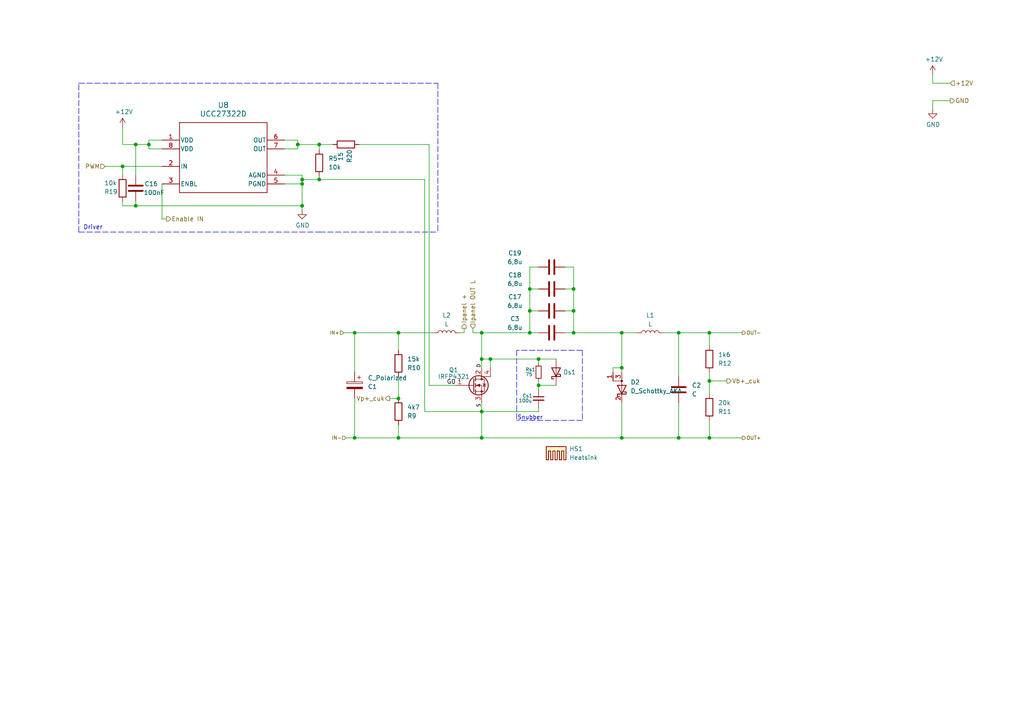
<source format=kicad_sch>
(kicad_sch
	(version 20231120)
	(generator "eeschema")
	(generator_version "8.0")
	(uuid "6c64e325-3661-48fd-8a87-7498cb41dddf")
	(paper "A4")
	(lib_symbols
		(symbol "2024-11-24_14-00-56:UCC27322D"
			(pin_names
				(offset 0.254)
			)
			(exclude_from_sim no)
			(in_bom yes)
			(on_board yes)
			(property "Reference" "U"
				(at 0 2.54 0)
				(effects
					(font
						(size 1.524 1.524)
					)
				)
			)
			(property "Value" "UCC27322D"
				(at 0 0 0)
				(effects
					(font
						(size 1.524 1.524)
					)
				)
			)
			(property "Footprint" "D0008A_N"
				(at 0 0 0)
				(effects
					(font
						(size 1.27 1.27)
						(italic yes)
					)
					(hide yes)
				)
			)
			(property "Datasheet" "UCC27322D"
				(at 0 0 0)
				(effects
					(font
						(size 1.27 1.27)
						(italic yes)
					)
					(hide yes)
				)
			)
			(property "Description" ""
				(at 0 0 0)
				(effects
					(font
						(size 1.27 1.27)
					)
					(hide yes)
				)
			)
			(property "ki_locked" ""
				(at 0 0 0)
				(effects
					(font
						(size 1.27 1.27)
					)
				)
			)
			(property "ki_keywords" "UCC27322D"
				(at 0 0 0)
				(effects
					(font
						(size 1.27 1.27)
					)
					(hide yes)
				)
			)
			(property "ki_fp_filters" "D0008A_N D0008A_M D0008A_L"
				(at 0 0 0)
				(effects
					(font
						(size 1.27 1.27)
					)
					(hide yes)
				)
			)
			(symbol "UCC27322D_0_1"
				(polyline
					(pts
						(xy -12.7 -10.16) (xy 12.7 -10.16)
					)
					(stroke
						(width 0.2032)
						(type default)
					)
					(fill
						(type none)
					)
				)
				(polyline
					(pts
						(xy -12.7 10.16) (xy -12.7 -10.16)
					)
					(stroke
						(width 0.2032)
						(type default)
					)
					(fill
						(type none)
					)
				)
				(polyline
					(pts
						(xy 12.7 -10.16) (xy 12.7 10.16)
					)
					(stroke
						(width 0.2032)
						(type default)
					)
					(fill
						(type none)
					)
				)
				(polyline
					(pts
						(xy 12.7 10.16) (xy -12.7 10.16)
					)
					(stroke
						(width 0.2032)
						(type default)
					)
					(fill
						(type none)
					)
				)
				(pin power_in line
					(at -17.78 5.08 0)
					(length 5.08)
					(name "VDD"
						(effects
							(font
								(size 1.27 1.27)
							)
						)
					)
					(number "1"
						(effects
							(font
								(size 1.27 1.27)
							)
						)
					)
				)
				(pin input line
					(at -17.78 -2.54 0)
					(length 5.08)
					(name "IN"
						(effects
							(font
								(size 1.27 1.27)
							)
						)
					)
					(number "2"
						(effects
							(font
								(size 1.27 1.27)
							)
						)
					)
				)
				(pin input line
					(at -17.78 -7.62 0)
					(length 5.08)
					(name "ENBL"
						(effects
							(font
								(size 1.27 1.27)
							)
						)
					)
					(number "3"
						(effects
							(font
								(size 1.27 1.27)
							)
						)
					)
				)
				(pin power_in line
					(at 17.78 -5.08 180)
					(length 5.08)
					(name "AGND"
						(effects
							(font
								(size 1.27 1.27)
							)
						)
					)
					(number "4"
						(effects
							(font
								(size 1.27 1.27)
							)
						)
					)
				)
				(pin power_in line
					(at 17.78 -7.62 180)
					(length 5.08)
					(name "PGND"
						(effects
							(font
								(size 1.27 1.27)
							)
						)
					)
					(number "5"
						(effects
							(font
								(size 1.27 1.27)
							)
						)
					)
				)
				(pin output line
					(at 17.78 5.08 180)
					(length 5.08)
					(name "OUT"
						(effects
							(font
								(size 1.27 1.27)
							)
						)
					)
					(number "6"
						(effects
							(font
								(size 1.27 1.27)
							)
						)
					)
				)
				(pin output line
					(at 17.78 2.54 180)
					(length 5.08)
					(name "OUT"
						(effects
							(font
								(size 1.27 1.27)
							)
						)
					)
					(number "7"
						(effects
							(font
								(size 1.27 1.27)
							)
						)
					)
				)
				(pin power_in line
					(at -17.78 2.54 0)
					(length 5.08)
					(name "VDD"
						(effects
							(font
								(size 1.27 1.27)
							)
						)
					)
					(number "8"
						(effects
							(font
								(size 1.27 1.27)
							)
						)
					)
				)
			)
		)
		(symbol "Device:C"
			(pin_numbers hide)
			(pin_names
				(offset 0.254)
			)
			(exclude_from_sim no)
			(in_bom yes)
			(on_board yes)
			(property "Reference" "C"
				(at 0.635 2.54 0)
				(effects
					(font
						(size 1.27 1.27)
					)
					(justify left)
				)
			)
			(property "Value" "C"
				(at 0.635 -2.54 0)
				(effects
					(font
						(size 1.27 1.27)
					)
					(justify left)
				)
			)
			(property "Footprint" ""
				(at 0.9652 -3.81 0)
				(effects
					(font
						(size 1.27 1.27)
					)
					(hide yes)
				)
			)
			(property "Datasheet" "~"
				(at 0 0 0)
				(effects
					(font
						(size 1.27 1.27)
					)
					(hide yes)
				)
			)
			(property "Description" "Unpolarized capacitor"
				(at 0 0 0)
				(effects
					(font
						(size 1.27 1.27)
					)
					(hide yes)
				)
			)
			(property "ki_keywords" "cap capacitor"
				(at 0 0 0)
				(effects
					(font
						(size 1.27 1.27)
					)
					(hide yes)
				)
			)
			(property "ki_fp_filters" "C_*"
				(at 0 0 0)
				(effects
					(font
						(size 1.27 1.27)
					)
					(hide yes)
				)
			)
			(symbol "C_0_1"
				(polyline
					(pts
						(xy -2.032 -0.762) (xy 2.032 -0.762)
					)
					(stroke
						(width 0.508)
						(type default)
					)
					(fill
						(type none)
					)
				)
				(polyline
					(pts
						(xy -2.032 0.762) (xy 2.032 0.762)
					)
					(stroke
						(width 0.508)
						(type default)
					)
					(fill
						(type none)
					)
				)
			)
			(symbol "C_1_1"
				(pin passive line
					(at 0 3.81 270)
					(length 2.794)
					(name "~"
						(effects
							(font
								(size 1.27 1.27)
							)
						)
					)
					(number "1"
						(effects
							(font
								(size 1.27 1.27)
							)
						)
					)
				)
				(pin passive line
					(at 0 -3.81 90)
					(length 2.794)
					(name "~"
						(effects
							(font
								(size 1.27 1.27)
							)
						)
					)
					(number "2"
						(effects
							(font
								(size 1.27 1.27)
							)
						)
					)
				)
			)
		)
		(symbol "Device:C_Polarized"
			(pin_numbers hide)
			(pin_names
				(offset 0.254)
			)
			(exclude_from_sim no)
			(in_bom yes)
			(on_board yes)
			(property "Reference" "C"
				(at 0.635 2.54 0)
				(effects
					(font
						(size 1.27 1.27)
					)
					(justify left)
				)
			)
			(property "Value" "C_Polarized"
				(at 0.635 -2.54 0)
				(effects
					(font
						(size 1.27 1.27)
					)
					(justify left)
				)
			)
			(property "Footprint" ""
				(at 0.9652 -3.81 0)
				(effects
					(font
						(size 1.27 1.27)
					)
					(hide yes)
				)
			)
			(property "Datasheet" "~"
				(at 0 0 0)
				(effects
					(font
						(size 1.27 1.27)
					)
					(hide yes)
				)
			)
			(property "Description" "Polarized capacitor"
				(at 0 0 0)
				(effects
					(font
						(size 1.27 1.27)
					)
					(hide yes)
				)
			)
			(property "ki_keywords" "cap capacitor"
				(at 0 0 0)
				(effects
					(font
						(size 1.27 1.27)
					)
					(hide yes)
				)
			)
			(property "ki_fp_filters" "CP_*"
				(at 0 0 0)
				(effects
					(font
						(size 1.27 1.27)
					)
					(hide yes)
				)
			)
			(symbol "C_Polarized_0_1"
				(rectangle
					(start -2.286 0.508)
					(end 2.286 1.016)
					(stroke
						(width 0)
						(type default)
					)
					(fill
						(type none)
					)
				)
				(polyline
					(pts
						(xy -1.778 2.286) (xy -0.762 2.286)
					)
					(stroke
						(width 0)
						(type default)
					)
					(fill
						(type none)
					)
				)
				(polyline
					(pts
						(xy -1.27 2.794) (xy -1.27 1.778)
					)
					(stroke
						(width 0)
						(type default)
					)
					(fill
						(type none)
					)
				)
				(rectangle
					(start 2.286 -0.508)
					(end -2.286 -1.016)
					(stroke
						(width 0)
						(type default)
					)
					(fill
						(type outline)
					)
				)
			)
			(symbol "C_Polarized_1_1"
				(pin passive line
					(at 0 3.81 270)
					(length 2.794)
					(name "~"
						(effects
							(font
								(size 1.27 1.27)
							)
						)
					)
					(number "1"
						(effects
							(font
								(size 1.27 1.27)
							)
						)
					)
				)
				(pin passive line
					(at 0 -3.81 90)
					(length 2.794)
					(name "~"
						(effects
							(font
								(size 1.27 1.27)
							)
						)
					)
					(number "2"
						(effects
							(font
								(size 1.27 1.27)
							)
						)
					)
				)
			)
		)
		(symbol "Device:C_Small"
			(pin_numbers hide)
			(pin_names
				(offset 0.254) hide)
			(exclude_from_sim no)
			(in_bom yes)
			(on_board yes)
			(property "Reference" "C"
				(at 0.254 1.778 0)
				(effects
					(font
						(size 1.27 1.27)
					)
					(justify left)
				)
			)
			(property "Value" "C_Small"
				(at 0.254 -2.032 0)
				(effects
					(font
						(size 1.27 1.27)
					)
					(justify left)
				)
			)
			(property "Footprint" ""
				(at 0 0 0)
				(effects
					(font
						(size 1.27 1.27)
					)
					(hide yes)
				)
			)
			(property "Datasheet" "~"
				(at 0 0 0)
				(effects
					(font
						(size 1.27 1.27)
					)
					(hide yes)
				)
			)
			(property "Description" "Unpolarized capacitor, small symbol"
				(at 0 0 0)
				(effects
					(font
						(size 1.27 1.27)
					)
					(hide yes)
				)
			)
			(property "ki_keywords" "capacitor cap"
				(at 0 0 0)
				(effects
					(font
						(size 1.27 1.27)
					)
					(hide yes)
				)
			)
			(property "ki_fp_filters" "C_*"
				(at 0 0 0)
				(effects
					(font
						(size 1.27 1.27)
					)
					(hide yes)
				)
			)
			(symbol "C_Small_0_1"
				(polyline
					(pts
						(xy -1.524 -0.508) (xy 1.524 -0.508)
					)
					(stroke
						(width 0.3302)
						(type default)
					)
					(fill
						(type none)
					)
				)
				(polyline
					(pts
						(xy -1.524 0.508) (xy 1.524 0.508)
					)
					(stroke
						(width 0.3048)
						(type default)
					)
					(fill
						(type none)
					)
				)
			)
			(symbol "C_Small_1_1"
				(pin passive line
					(at 0 2.54 270)
					(length 2.032)
					(name "~"
						(effects
							(font
								(size 1.27 1.27)
							)
						)
					)
					(number "1"
						(effects
							(font
								(size 1.27 1.27)
							)
						)
					)
				)
				(pin passive line
					(at 0 -2.54 90)
					(length 2.032)
					(name "~"
						(effects
							(font
								(size 1.27 1.27)
							)
						)
					)
					(number "2"
						(effects
							(font
								(size 1.27 1.27)
							)
						)
					)
				)
			)
		)
		(symbol "Device:D_Schottky"
			(pin_numbers hide)
			(pin_names
				(offset 1.016) hide)
			(exclude_from_sim no)
			(in_bom yes)
			(on_board yes)
			(property "Reference" "D"
				(at 0 2.54 0)
				(effects
					(font
						(size 1.27 1.27)
					)
				)
			)
			(property "Value" "D_Schottky"
				(at 0 -2.54 0)
				(effects
					(font
						(size 1.27 1.27)
					)
				)
			)
			(property "Footprint" ""
				(at 0 0 0)
				(effects
					(font
						(size 1.27 1.27)
					)
					(hide yes)
				)
			)
			(property "Datasheet" "~"
				(at 0 0 0)
				(effects
					(font
						(size 1.27 1.27)
					)
					(hide yes)
				)
			)
			(property "Description" "Schottky diode"
				(at 0 0 0)
				(effects
					(font
						(size 1.27 1.27)
					)
					(hide yes)
				)
			)
			(property "ki_keywords" "diode Schottky"
				(at 0 0 0)
				(effects
					(font
						(size 1.27 1.27)
					)
					(hide yes)
				)
			)
			(property "ki_fp_filters" "TO-???* *_Diode_* *SingleDiode* D_*"
				(at 0 0 0)
				(effects
					(font
						(size 1.27 1.27)
					)
					(hide yes)
				)
			)
			(symbol "D_Schottky_0_1"
				(polyline
					(pts
						(xy 1.27 0) (xy -1.27 0)
					)
					(stroke
						(width 0)
						(type default)
					)
					(fill
						(type none)
					)
				)
				(polyline
					(pts
						(xy 1.27 1.27) (xy 1.27 -1.27) (xy -1.27 0) (xy 1.27 1.27)
					)
					(stroke
						(width 0.254)
						(type default)
					)
					(fill
						(type none)
					)
				)
				(polyline
					(pts
						(xy -1.905 0.635) (xy -1.905 1.27) (xy -1.27 1.27) (xy -1.27 -1.27) (xy -0.635 -1.27) (xy -0.635 -0.635)
					)
					(stroke
						(width 0.254)
						(type default)
					)
					(fill
						(type none)
					)
				)
			)
			(symbol "D_Schottky_1_1"
				(pin passive line
					(at -3.81 0 0)
					(length 2.54)
					(name "K"
						(effects
							(font
								(size 1.27 1.27)
							)
						)
					)
					(number "1"
						(effects
							(font
								(size 1.27 1.27)
							)
						)
					)
				)
				(pin passive line
					(at 3.81 0 180)
					(length 2.54)
					(name "A"
						(effects
							(font
								(size 1.27 1.27)
							)
						)
					)
					(number "2"
						(effects
							(font
								(size 1.27 1.27)
							)
						)
					)
				)
			)
		)
		(symbol "Device:D_Schottky_AKA"
			(pin_names
				(offset 0) hide)
			(exclude_from_sim no)
			(in_bom yes)
			(on_board yes)
			(property "Reference" "D"
				(at 0 2.54 0)
				(effects
					(font
						(size 1.27 1.27)
					)
				)
			)
			(property "Value" "D_Schottky_AKA"
				(at 0 -2.54 0)
				(effects
					(font
						(size 1.27 1.27)
					)
				)
			)
			(property "Footprint" ""
				(at 0 0 0)
				(effects
					(font
						(size 1.27 1.27)
					)
					(hide yes)
				)
			)
			(property "Datasheet" "~"
				(at 0 0 0)
				(effects
					(font
						(size 1.27 1.27)
					)
					(hide yes)
				)
			)
			(property "Description" "Schottky diode, anode on pins 1 and 3"
				(at 0 0 0)
				(effects
					(font
						(size 1.27 1.27)
					)
					(hide yes)
				)
			)
			(property "ki_keywords" "diode Schottky SCHDPAK"
				(at 0 0 0)
				(effects
					(font
						(size 1.27 1.27)
					)
					(hide yes)
				)
			)
			(property "ki_fp_filters" "TO-???* *_Diode_* *SingleDiode* D_*"
				(at 0 0 0)
				(effects
					(font
						(size 1.27 1.27)
					)
					(hide yes)
				)
			)
			(symbol "D_Schottky_AKA_0_1"
				(polyline
					(pts
						(xy 1.27 1.27) (xy 1.27 -1.27) (xy -1.27 0) (xy 1.27 1.27)
					)
					(stroke
						(width 0.254)
						(type default)
					)
					(fill
						(type none)
					)
				)
				(polyline
					(pts
						(xy 3.81 2.54) (xy 2.54 2.54) (xy 2.54 0) (xy -1.27 0)
					)
					(stroke
						(width 0)
						(type default)
					)
					(fill
						(type none)
					)
				)
				(polyline
					(pts
						(xy -1.905 0.635) (xy -1.905 1.27) (xy -1.27 1.27) (xy -1.27 -1.27) (xy -0.635 -1.27) (xy -0.635 -0.635)
					)
					(stroke
						(width 0.254)
						(type default)
					)
					(fill
						(type none)
					)
				)
				(circle
					(center 2.54 0)
					(radius 0.254)
					(stroke
						(width 0)
						(type default)
					)
					(fill
						(type outline)
					)
				)
			)
			(symbol "D_Schottky_AKA_1_1"
				(pin passive line
					(at 5.08 2.54 180)
					(length 2.54)
					(name "A"
						(effects
							(font
								(size 1.27 1.27)
							)
						)
					)
					(number "1"
						(effects
							(font
								(size 1.27 1.27)
							)
						)
					)
				)
				(pin passive line
					(at -3.81 0 0)
					(length 2.54)
					(name "K"
						(effects
							(font
								(size 1.27 1.27)
							)
						)
					)
					(number "2"
						(effects
							(font
								(size 1.27 1.27)
							)
						)
					)
				)
				(pin passive line
					(at 5.08 0 180)
					(length 2.54)
					(name "A"
						(effects
							(font
								(size 1.27 1.27)
							)
						)
					)
					(number "3"
						(effects
							(font
								(size 1.27 1.27)
							)
						)
					)
				)
			)
		)
		(symbol "Device:L"
			(pin_numbers hide)
			(pin_names
				(offset 1.016) hide)
			(exclude_from_sim no)
			(in_bom yes)
			(on_board yes)
			(property "Reference" "L"
				(at -1.27 0 90)
				(effects
					(font
						(size 1.27 1.27)
					)
				)
			)
			(property "Value" "L"
				(at 1.905 0 90)
				(effects
					(font
						(size 1.27 1.27)
					)
				)
			)
			(property "Footprint" ""
				(at 0 0 0)
				(effects
					(font
						(size 1.27 1.27)
					)
					(hide yes)
				)
			)
			(property "Datasheet" "~"
				(at 0 0 0)
				(effects
					(font
						(size 1.27 1.27)
					)
					(hide yes)
				)
			)
			(property "Description" "Inductor"
				(at 0 0 0)
				(effects
					(font
						(size 1.27 1.27)
					)
					(hide yes)
				)
			)
			(property "ki_keywords" "inductor choke coil reactor magnetic"
				(at 0 0 0)
				(effects
					(font
						(size 1.27 1.27)
					)
					(hide yes)
				)
			)
			(property "ki_fp_filters" "Choke_* *Coil* Inductor_* L_*"
				(at 0 0 0)
				(effects
					(font
						(size 1.27 1.27)
					)
					(hide yes)
				)
			)
			(symbol "L_0_1"
				(arc
					(start 0 -2.54)
					(mid 0.6323 -1.905)
					(end 0 -1.27)
					(stroke
						(width 0)
						(type default)
					)
					(fill
						(type none)
					)
				)
				(arc
					(start 0 -1.27)
					(mid 0.6323 -0.635)
					(end 0 0)
					(stroke
						(width 0)
						(type default)
					)
					(fill
						(type none)
					)
				)
				(arc
					(start 0 0)
					(mid 0.6323 0.635)
					(end 0 1.27)
					(stroke
						(width 0)
						(type default)
					)
					(fill
						(type none)
					)
				)
				(arc
					(start 0 1.27)
					(mid 0.6323 1.905)
					(end 0 2.54)
					(stroke
						(width 0)
						(type default)
					)
					(fill
						(type none)
					)
				)
			)
			(symbol "L_1_1"
				(pin passive line
					(at 0 3.81 270)
					(length 1.27)
					(name "1"
						(effects
							(font
								(size 1.27 1.27)
							)
						)
					)
					(number "1"
						(effects
							(font
								(size 1.27 1.27)
							)
						)
					)
				)
				(pin passive line
					(at 0 -3.81 90)
					(length 1.27)
					(name "2"
						(effects
							(font
								(size 1.27 1.27)
							)
						)
					)
					(number "2"
						(effects
							(font
								(size 1.27 1.27)
							)
						)
					)
				)
			)
		)
		(symbol "Device:Q_NMOS_GDSD"
			(pin_names
				(offset 0) hide)
			(exclude_from_sim no)
			(in_bom yes)
			(on_board yes)
			(property "Reference" "Q"
				(at 5.08 1.27 0)
				(effects
					(font
						(size 1.27 1.27)
					)
					(justify left)
				)
			)
			(property "Value" "Q_NMOS_GDSD"
				(at 5.08 -1.27 0)
				(effects
					(font
						(size 1.27 1.27)
					)
					(justify left)
				)
			)
			(property "Footprint" ""
				(at 5.08 2.54 0)
				(effects
					(font
						(size 1.27 1.27)
					)
					(hide yes)
				)
			)
			(property "Datasheet" "~"
				(at 0 0 0)
				(effects
					(font
						(size 1.27 1.27)
					)
					(hide yes)
				)
			)
			(property "Description" "N-MOSFET transistor, gate/drain/source, drain connected to mounting plane"
				(at 0 0 0)
				(effects
					(font
						(size 1.27 1.27)
					)
					(hide yes)
				)
			)
			(property "ki_keywords" "transistor NMOS N-MOS N-MOSFET"
				(at 0 0 0)
				(effects
					(font
						(size 1.27 1.27)
					)
					(hide yes)
				)
			)
			(symbol "Q_NMOS_GDSD_0_1"
				(polyline
					(pts
						(xy 0.254 0) (xy -2.54 0)
					)
					(stroke
						(width 0)
						(type default)
					)
					(fill
						(type none)
					)
				)
				(polyline
					(pts
						(xy 0.254 1.905) (xy 0.254 -1.905)
					)
					(stroke
						(width 0.254)
						(type default)
					)
					(fill
						(type none)
					)
				)
				(polyline
					(pts
						(xy 0.762 -1.27) (xy 0.762 -2.286)
					)
					(stroke
						(width 0.254)
						(type default)
					)
					(fill
						(type none)
					)
				)
				(polyline
					(pts
						(xy 0.762 0.508) (xy 0.762 -0.508)
					)
					(stroke
						(width 0.254)
						(type default)
					)
					(fill
						(type none)
					)
				)
				(polyline
					(pts
						(xy 0.762 2.286) (xy 0.762 1.27)
					)
					(stroke
						(width 0.254)
						(type default)
					)
					(fill
						(type none)
					)
				)
				(polyline
					(pts
						(xy 2.54 -2.54) (xy 2.54 0) (xy 0.762 0)
					)
					(stroke
						(width 0)
						(type default)
					)
					(fill
						(type none)
					)
				)
				(polyline
					(pts
						(xy 5.08 2.54) (xy 2.54 2.54) (xy 2.54 1.778)
					)
					(stroke
						(width 0)
						(type default)
					)
					(fill
						(type none)
					)
				)
				(polyline
					(pts
						(xy 0.762 -1.778) (xy 3.302 -1.778) (xy 3.302 1.778) (xy 0.762 1.778)
					)
					(stroke
						(width 0)
						(type default)
					)
					(fill
						(type none)
					)
				)
				(polyline
					(pts
						(xy 1.016 0) (xy 2.032 0.381) (xy 2.032 -0.381) (xy 1.016 0)
					)
					(stroke
						(width 0)
						(type default)
					)
					(fill
						(type outline)
					)
				)
				(polyline
					(pts
						(xy 2.794 0.508) (xy 2.921 0.381) (xy 3.683 0.381) (xy 3.81 0.254)
					)
					(stroke
						(width 0)
						(type default)
					)
					(fill
						(type none)
					)
				)
				(polyline
					(pts
						(xy 3.302 0.381) (xy 2.921 -0.254) (xy 3.683 -0.254) (xy 3.302 0.381)
					)
					(stroke
						(width 0)
						(type default)
					)
					(fill
						(type none)
					)
				)
				(circle
					(center 1.651 0)
					(radius 2.794)
					(stroke
						(width 0.254)
						(type default)
					)
					(fill
						(type none)
					)
				)
				(circle
					(center 2.54 -1.778)
					(radius 0.254)
					(stroke
						(width 0)
						(type default)
					)
					(fill
						(type outline)
					)
				)
				(circle
					(center 2.54 1.778)
					(radius 0.254)
					(stroke
						(width 0)
						(type default)
					)
					(fill
						(type outline)
					)
				)
			)
			(symbol "Q_NMOS_GDSD_1_1"
				(pin input line
					(at -5.08 0 0)
					(length 2.54)
					(name "G"
						(effects
							(font
								(size 1.27 1.27)
							)
						)
					)
					(number "1"
						(effects
							(font
								(size 1.27 1.27)
							)
						)
					)
				)
				(pin passive line
					(at 2.54 5.08 270)
					(length 2.54)
					(name "D"
						(effects
							(font
								(size 1.27 1.27)
							)
						)
					)
					(number "2"
						(effects
							(font
								(size 1.27 1.27)
							)
						)
					)
				)
				(pin passive line
					(at 2.54 -5.08 90)
					(length 2.54)
					(name "S"
						(effects
							(font
								(size 1.27 1.27)
							)
						)
					)
					(number "3"
						(effects
							(font
								(size 1.27 1.27)
							)
						)
					)
				)
				(pin passive line
					(at 5.08 5.08 270)
					(length 2.54)
					(name "D"
						(effects
							(font
								(size 1.27 1.27)
							)
						)
					)
					(number "4"
						(effects
							(font
								(size 1.27 1.27)
							)
						)
					)
				)
			)
		)
		(symbol "Device:R"
			(pin_numbers hide)
			(pin_names
				(offset 0)
			)
			(exclude_from_sim no)
			(in_bom yes)
			(on_board yes)
			(property "Reference" "R"
				(at 2.032 0 90)
				(effects
					(font
						(size 1.27 1.27)
					)
				)
			)
			(property "Value" "R"
				(at 0 0 90)
				(effects
					(font
						(size 1.27 1.27)
					)
				)
			)
			(property "Footprint" ""
				(at -1.778 0 90)
				(effects
					(font
						(size 1.27 1.27)
					)
					(hide yes)
				)
			)
			(property "Datasheet" "~"
				(at 0 0 0)
				(effects
					(font
						(size 1.27 1.27)
					)
					(hide yes)
				)
			)
			(property "Description" "Resistor"
				(at 0 0 0)
				(effects
					(font
						(size 1.27 1.27)
					)
					(hide yes)
				)
			)
			(property "ki_keywords" "R res resistor"
				(at 0 0 0)
				(effects
					(font
						(size 1.27 1.27)
					)
					(hide yes)
				)
			)
			(property "ki_fp_filters" "R_*"
				(at 0 0 0)
				(effects
					(font
						(size 1.27 1.27)
					)
					(hide yes)
				)
			)
			(symbol "R_0_1"
				(rectangle
					(start -1.016 -2.54)
					(end 1.016 2.54)
					(stroke
						(width 0.254)
						(type default)
					)
					(fill
						(type none)
					)
				)
			)
			(symbol "R_1_1"
				(pin passive line
					(at 0 3.81 270)
					(length 1.27)
					(name "~"
						(effects
							(font
								(size 1.27 1.27)
							)
						)
					)
					(number "1"
						(effects
							(font
								(size 1.27 1.27)
							)
						)
					)
				)
				(pin passive line
					(at 0 -3.81 90)
					(length 1.27)
					(name "~"
						(effects
							(font
								(size 1.27 1.27)
							)
						)
					)
					(number "2"
						(effects
							(font
								(size 1.27 1.27)
							)
						)
					)
				)
			)
		)
		(symbol "Device:R_Small"
			(pin_numbers hide)
			(pin_names
				(offset 0.254) hide)
			(exclude_from_sim no)
			(in_bom yes)
			(on_board yes)
			(property "Reference" "R"
				(at 0.762 0.508 0)
				(effects
					(font
						(size 1.27 1.27)
					)
					(justify left)
				)
			)
			(property "Value" "R_Small"
				(at 0.762 -1.016 0)
				(effects
					(font
						(size 1.27 1.27)
					)
					(justify left)
				)
			)
			(property "Footprint" ""
				(at 0 0 0)
				(effects
					(font
						(size 1.27 1.27)
					)
					(hide yes)
				)
			)
			(property "Datasheet" "~"
				(at 0 0 0)
				(effects
					(font
						(size 1.27 1.27)
					)
					(hide yes)
				)
			)
			(property "Description" "Resistor, small symbol"
				(at 0 0 0)
				(effects
					(font
						(size 1.27 1.27)
					)
					(hide yes)
				)
			)
			(property "ki_keywords" "R resistor"
				(at 0 0 0)
				(effects
					(font
						(size 1.27 1.27)
					)
					(hide yes)
				)
			)
			(property "ki_fp_filters" "R_*"
				(at 0 0 0)
				(effects
					(font
						(size 1.27 1.27)
					)
					(hide yes)
				)
			)
			(symbol "R_Small_0_1"
				(rectangle
					(start -0.762 1.778)
					(end 0.762 -1.778)
					(stroke
						(width 0.2032)
						(type default)
					)
					(fill
						(type none)
					)
				)
			)
			(symbol "R_Small_1_1"
				(pin passive line
					(at 0 2.54 270)
					(length 0.762)
					(name "~"
						(effects
							(font
								(size 1.27 1.27)
							)
						)
					)
					(number "1"
						(effects
							(font
								(size 1.27 1.27)
							)
						)
					)
				)
				(pin passive line
					(at 0 -2.54 90)
					(length 0.762)
					(name "~"
						(effects
							(font
								(size 1.27 1.27)
							)
						)
					)
					(number "2"
						(effects
							(font
								(size 1.27 1.27)
							)
						)
					)
				)
			)
		)
		(symbol "Mechanical:Heatsink"
			(pin_names
				(offset 1.016)
			)
			(exclude_from_sim yes)
			(in_bom yes)
			(on_board yes)
			(property "Reference" "HS"
				(at 0 5.08 0)
				(effects
					(font
						(size 1.27 1.27)
					)
				)
			)
			(property "Value" "Heatsink"
				(at 0 -1.27 0)
				(effects
					(font
						(size 1.27 1.27)
					)
				)
			)
			(property "Footprint" ""
				(at 0.3048 0 0)
				(effects
					(font
						(size 1.27 1.27)
					)
					(hide yes)
				)
			)
			(property "Datasheet" "~"
				(at 0.3048 0 0)
				(effects
					(font
						(size 1.27 1.27)
					)
					(hide yes)
				)
			)
			(property "Description" "Heatsink"
				(at 0 0 0)
				(effects
					(font
						(size 1.27 1.27)
					)
					(hide yes)
				)
			)
			(property "ki_keywords" "thermal heat temperature"
				(at 0 0 0)
				(effects
					(font
						(size 1.27 1.27)
					)
					(hide yes)
				)
			)
			(property "ki_fp_filters" "Heatsink_*"
				(at 0 0 0)
				(effects
					(font
						(size 1.27 1.27)
					)
					(hide yes)
				)
			)
			(symbol "Heatsink_0_1"
				(polyline
					(pts
						(xy -0.3302 1.27) (xy -0.9652 1.27) (xy -0.9652 3.81) (xy -1.6002 3.81) (xy -1.6002 1.27) (xy -2.2352 1.27)
						(xy -2.2352 3.81) (xy -2.8702 3.81) (xy -2.8702 0) (xy -0.9652 0)
					)
					(stroke
						(width 0.254)
						(type default)
					)
					(fill
						(type background)
					)
				)
				(polyline
					(pts
						(xy -0.3302 1.27) (xy -0.3302 3.81) (xy 0.3048 3.81) (xy 0.3048 1.27) (xy 0.9398 1.27) (xy 0.9398 3.81)
						(xy 1.5748 3.81) (xy 1.5748 1.27) (xy 2.2098 1.27) (xy 2.2098 3.81) (xy 2.8448 3.81) (xy 2.8448 0)
						(xy -0.9652 0)
					)
					(stroke
						(width 0.254)
						(type default)
					)
					(fill
						(type background)
					)
				)
			)
		)
		(symbol "power:+12V"
			(power)
			(pin_numbers hide)
			(pin_names
				(offset 0) hide)
			(exclude_from_sim no)
			(in_bom yes)
			(on_board yes)
			(property "Reference" "#PWR"
				(at 0 -3.81 0)
				(effects
					(font
						(size 1.27 1.27)
					)
					(hide yes)
				)
			)
			(property "Value" "+12V"
				(at 0 3.556 0)
				(effects
					(font
						(size 1.27 1.27)
					)
				)
			)
			(property "Footprint" ""
				(at 0 0 0)
				(effects
					(font
						(size 1.27 1.27)
					)
					(hide yes)
				)
			)
			(property "Datasheet" ""
				(at 0 0 0)
				(effects
					(font
						(size 1.27 1.27)
					)
					(hide yes)
				)
			)
			(property "Description" "Power symbol creates a global label with name \"+12V\""
				(at 0 0 0)
				(effects
					(font
						(size 1.27 1.27)
					)
					(hide yes)
				)
			)
			(property "ki_keywords" "global power"
				(at 0 0 0)
				(effects
					(font
						(size 1.27 1.27)
					)
					(hide yes)
				)
			)
			(symbol "+12V_0_1"
				(polyline
					(pts
						(xy -0.762 1.27) (xy 0 2.54)
					)
					(stroke
						(width 0)
						(type default)
					)
					(fill
						(type none)
					)
				)
				(polyline
					(pts
						(xy 0 0) (xy 0 2.54)
					)
					(stroke
						(width 0)
						(type default)
					)
					(fill
						(type none)
					)
				)
				(polyline
					(pts
						(xy 0 2.54) (xy 0.762 1.27)
					)
					(stroke
						(width 0)
						(type default)
					)
					(fill
						(type none)
					)
				)
			)
			(symbol "+12V_1_1"
				(pin power_in line
					(at 0 0 90)
					(length 0)
					(name "~"
						(effects
							(font
								(size 1.27 1.27)
							)
						)
					)
					(number "1"
						(effects
							(font
								(size 1.27 1.27)
							)
						)
					)
				)
			)
		)
		(symbol "power:GND"
			(power)
			(pin_numbers hide)
			(pin_names
				(offset 0) hide)
			(exclude_from_sim no)
			(in_bom yes)
			(on_board yes)
			(property "Reference" "#PWR"
				(at 0 -6.35 0)
				(effects
					(font
						(size 1.27 1.27)
					)
					(hide yes)
				)
			)
			(property "Value" "GND"
				(at 0 -3.81 0)
				(effects
					(font
						(size 1.27 1.27)
					)
				)
			)
			(property "Footprint" ""
				(at 0 0 0)
				(effects
					(font
						(size 1.27 1.27)
					)
					(hide yes)
				)
			)
			(property "Datasheet" ""
				(at 0 0 0)
				(effects
					(font
						(size 1.27 1.27)
					)
					(hide yes)
				)
			)
			(property "Description" "Power symbol creates a global label with name \"GND\" , ground"
				(at 0 0 0)
				(effects
					(font
						(size 1.27 1.27)
					)
					(hide yes)
				)
			)
			(property "ki_keywords" "global power"
				(at 0 0 0)
				(effects
					(font
						(size 1.27 1.27)
					)
					(hide yes)
				)
			)
			(symbol "GND_0_1"
				(polyline
					(pts
						(xy 0 0) (xy 0 -1.27) (xy 1.27 -1.27) (xy 0 -2.54) (xy -1.27 -1.27) (xy 0 -1.27)
					)
					(stroke
						(width 0)
						(type default)
					)
					(fill
						(type none)
					)
				)
			)
			(symbol "GND_1_1"
				(pin power_in line
					(at 0 0 270)
					(length 0)
					(name "~"
						(effects
							(font
								(size 1.27 1.27)
							)
						)
					)
					(number "1"
						(effects
							(font
								(size 1.27 1.27)
							)
						)
					)
				)
			)
		)
	)
	(junction
		(at 196.85 96.52)
		(diameter 0)
		(color 0 0 0 0)
		(uuid "03307429-bfab-4fc2-9a8d-3fd5cb433831")
	)
	(junction
		(at 87.63 52.07)
		(diameter 0)
		(color 0 0 0 0)
		(uuid "09651831-bdea-489a-b2c3-12dec3cf0589")
	)
	(junction
		(at 156.21 111.76)
		(diameter 0)
		(color 0 0 0 0)
		(uuid "0cc55f0c-65cb-47cb-9429-63a34f05b621")
	)
	(junction
		(at 153.67 96.52)
		(diameter 0)
		(color 0 0 0 0)
		(uuid "0e3c55fe-4e3b-43ca-85c3-9341116ffe0c")
	)
	(junction
		(at 39.37 41.91)
		(diameter 0)
		(color 0 0 0 0)
		(uuid "21268671-a907-4805-b650-6d8ca9b3af84")
	)
	(junction
		(at 115.57 127)
		(diameter 0)
		(color 0 0 0 0)
		(uuid "35272cf2-765f-4704-844a-f2bb8da8988b")
	)
	(junction
		(at 102.87 127)
		(diameter 0)
		(color 0 0 0 0)
		(uuid "3a8dda5a-3264-4d4a-b8a0-b56f2ec435ff")
	)
	(junction
		(at 115.57 115.57)
		(diameter 0)
		(color 0 0 0 0)
		(uuid "3ba135cf-4c47-436c-b7f2-49efa0d2991d")
	)
	(junction
		(at 205.74 110.49)
		(diameter 0)
		(color 0 0 0 0)
		(uuid "47c4e10d-b7ee-4ace-b76b-3f826b42d87d")
	)
	(junction
		(at 153.67 83.82)
		(diameter 0)
		(color 0 0 0 0)
		(uuid "56ae6880-8d12-4611-b2b6-a013fe63bd92")
	)
	(junction
		(at 92.583 52.07)
		(diameter 0)
		(color 0 0 0 0)
		(uuid "5beba9ed-c66b-4639-a127-e9185f47d8d3")
	)
	(junction
		(at 166.37 96.52)
		(diameter 0)
		(color 0 0 0 0)
		(uuid "6ab0323b-3ee1-4454-a324-4ea8d2513821")
	)
	(junction
		(at 86.36 41.91)
		(diameter 0)
		(color 0 0 0 0)
		(uuid "6b2d019f-91eb-47d7-aa0b-6187716ea224")
	)
	(junction
		(at 139.7 96.52)
		(diameter 0)
		(color 0 0 0 0)
		(uuid "73bb7911-b134-416f-87f5-20b98d824b4e")
	)
	(junction
		(at 205.74 127)
		(diameter 0)
		(color 0 0 0 0)
		(uuid "7e9429d1-748c-4267-b3f6-22bb0f64c0f2")
	)
	(junction
		(at 115.57 96.52)
		(diameter 0)
		(color 0 0 0 0)
		(uuid "803b229b-89c1-4c57-870f-0031af5c043a")
	)
	(junction
		(at 139.7 119.38)
		(diameter 0)
		(color 0 0 0 0)
		(uuid "849fe719-0c2e-4f64-8625-ae33a6364ab6")
	)
	(junction
		(at 153.67 90.17)
		(diameter 0)
		(color 0 0 0 0)
		(uuid "88dc20b3-71cd-4d98-8d8b-35c797b22d25")
	)
	(junction
		(at 166.37 83.82)
		(diameter 0)
		(color 0 0 0 0)
		(uuid "8b987ad5-1514-4d48-a117-35a9cd084f49")
	)
	(junction
		(at 87.63 59.69)
		(diameter 0)
		(color 0 0 0 0)
		(uuid "8d098f37-0b2b-45e5-8a89-cdc2c257c871")
	)
	(junction
		(at 166.37 90.17)
		(diameter 0)
		(color 0 0 0 0)
		(uuid "8e661746-8d1a-4af5-8c78-238f6900080b")
	)
	(junction
		(at 180.34 106.68)
		(diameter 0)
		(color 0 0 0 0)
		(uuid "9588e58b-45f8-4e42-94bf-08ef1a1b9fec")
	)
	(junction
		(at 39.37 59.69)
		(diameter 0)
		(color 0 0 0 0)
		(uuid "9cd3eaf2-ee9d-4055-a458-5cb6c6c271f9")
	)
	(junction
		(at 92.583 41.91)
		(diameter 0)
		(color 0 0 0 0)
		(uuid "a627ec4b-20d5-4f37-91b0-b253545dc95c")
	)
	(junction
		(at 43.18 41.91)
		(diameter 0)
		(color 0 0 0 0)
		(uuid "af35301d-dc79-4819-b8d9-da1c68468817")
	)
	(junction
		(at 139.7 127)
		(diameter 0)
		(color 0 0 0 0)
		(uuid "b4183e99-facb-4b39-98fd-5c6356ff982a")
	)
	(junction
		(at 87.63 53.34)
		(diameter 0)
		(color 0 0 0 0)
		(uuid "bfae463f-f596-4520-a0e8-75ba27857a77")
	)
	(junction
		(at 35.56 48.26)
		(diameter 0)
		(color 0 0 0 0)
		(uuid "cee82bb4-1e73-44ca-b4e4-d9960defe05e")
	)
	(junction
		(at 156.21 104.14)
		(diameter 0)
		(color 0 0 0 0)
		(uuid "df5bfb64-d050-4eb8-b167-f006377b9dd7")
	)
	(junction
		(at 180.34 96.52)
		(diameter 0)
		(color 0 0 0 0)
		(uuid "e5027a87-63a4-45e3-95e2-a05eb9eb657e")
	)
	(junction
		(at 142.24 104.14)
		(diameter 0)
		(color 0 0 0 0)
		(uuid "e564f762-f7a6-4207-995b-ce0fa34a8eab")
	)
	(junction
		(at 205.74 96.52)
		(diameter 0)
		(color 0 0 0 0)
		(uuid "e62f226c-1d06-437d-aa1f-28d60fc1df10")
	)
	(junction
		(at 196.85 127)
		(diameter 0)
		(color 0 0 0 0)
		(uuid "eb21b1b2-9fff-4a1f-b964-a63e9dea68a0")
	)
	(junction
		(at 102.87 96.52)
		(diameter 0)
		(color 0 0 0 0)
		(uuid "ebdca038-3898-45c8-9cb1-158638e5d3a8")
	)
	(junction
		(at 139.7 104.14)
		(diameter 0)
		(color 0 0 0 0)
		(uuid "f0d3347d-6b24-4575-a5fc-828ae1e38396")
	)
	(junction
		(at 180.34 127)
		(diameter 0)
		(color 0 0 0 0)
		(uuid "fc9897cb-1ee1-40df-86c6-133c31356d26")
	)
	(wire
		(pts
			(xy 156.21 111.76) (xy 156.21 113.03)
		)
		(stroke
			(width 0)
			(type default)
		)
		(uuid "009a2c78-5d8c-4a14-8027-0b443ee9e141")
	)
	(wire
		(pts
			(xy 270.51 21.59) (xy 270.51 24.13)
		)
		(stroke
			(width 0)
			(type default)
		)
		(uuid "04420485-b2c7-4045-9946-48508e325a52")
	)
	(wire
		(pts
			(xy 104.14 41.91) (xy 124.46 41.91)
		)
		(stroke
			(width 0)
			(type default)
		)
		(uuid "0464756f-c51a-48cc-a630-cdde9da44fc1")
	)
	(wire
		(pts
			(xy 30.48 48.26) (xy 35.56 48.26)
		)
		(stroke
			(width 0)
			(type default)
		)
		(uuid "056f8529-c67d-42c4-9988-9fa2756055b3")
	)
	(wire
		(pts
			(xy 166.37 96.52) (xy 180.34 96.52)
		)
		(stroke
			(width 0)
			(type default)
		)
		(uuid "06b81127-fcca-4116-bd70-f543e90f8923")
	)
	(wire
		(pts
			(xy 270.51 31.75) (xy 270.51 29.21)
		)
		(stroke
			(width 0)
			(type default)
		)
		(uuid "06eea344-9f7a-4685-be77-bf026771acb8")
	)
	(wire
		(pts
			(xy 87.63 50.8) (xy 87.63 52.07)
		)
		(stroke
			(width 0)
			(type default)
		)
		(uuid "0728cc7f-505b-4923-a61a-b30bbe78062e")
	)
	(wire
		(pts
			(xy 156.21 77.47) (xy 153.67 77.47)
		)
		(stroke
			(width 0)
			(type default)
		)
		(uuid "091e8206-41e1-4fc2-9dc1-da91434c539e")
	)
	(wire
		(pts
			(xy 177.8 107.95) (xy 177.8 106.68)
		)
		(stroke
			(width 0)
			(type default)
		)
		(uuid "11108e1d-926c-46d5-b64d-edef07a58314")
	)
	(wire
		(pts
			(xy 142.24 104.14) (xy 156.21 104.14)
		)
		(stroke
			(width 0)
			(type default)
		)
		(uuid "14d6dfdc-59eb-492c-bfce-36e000241c2c")
	)
	(wire
		(pts
			(xy 102.87 96.52) (xy 102.87 107.95)
		)
		(stroke
			(width 0)
			(type default)
		)
		(uuid "16ac1623-67f7-4115-a123-4b7636ee7c12")
	)
	(wire
		(pts
			(xy 87.63 53.34) (xy 87.63 59.69)
		)
		(stroke
			(width 0)
			(type default)
		)
		(uuid "181fa955-1ad9-478f-b93e-cc08b0412dce")
	)
	(wire
		(pts
			(xy 153.67 96.52) (xy 156.21 96.52)
		)
		(stroke
			(width 0)
			(type default)
		)
		(uuid "1a0d7d8f-3d04-4444-ba9d-54520169e3d6")
	)
	(wire
		(pts
			(xy 35.56 41.91) (xy 39.37 41.91)
		)
		(stroke
			(width 0)
			(type default)
		)
		(uuid "1ac69cfd-b158-40ca-9b7b-6a9b926475f7")
	)
	(wire
		(pts
			(xy 163.83 90.17) (xy 166.37 90.17)
		)
		(stroke
			(width 0)
			(type default)
		)
		(uuid "1bef90a6-8e81-4b57-8c38-2498f536b2b6")
	)
	(wire
		(pts
			(xy 115.57 123.19) (xy 115.57 127)
		)
		(stroke
			(width 0)
			(type default)
		)
		(uuid "1e3e0e24-eac9-4a93-88b3-f8ca39da1060")
	)
	(wire
		(pts
			(xy 139.7 119.38) (xy 139.7 127)
		)
		(stroke
			(width 0)
			(type default)
		)
		(uuid "1eadce6f-0f9f-477c-a8f8-24543ef8fa32")
	)
	(wire
		(pts
			(xy 46.99 43.18) (xy 43.18 43.18)
		)
		(stroke
			(width 0)
			(type default)
		)
		(uuid "1fdcfe81-aafe-43fd-aa0e-be3e80b42087")
	)
	(wire
		(pts
			(xy 43.18 40.64) (xy 43.18 41.91)
		)
		(stroke
			(width 0)
			(type default)
		)
		(uuid "217acf5d-53b4-41d0-ae45-338237eebbf5")
	)
	(wire
		(pts
			(xy 156.21 111.76) (xy 161.29 111.76)
		)
		(stroke
			(width 0)
			(type default)
		)
		(uuid "2373b274-9011-4da7-91b7-ea009146004c")
	)
	(wire
		(pts
			(xy 115.57 96.52) (xy 115.57 101.6)
		)
		(stroke
			(width 0)
			(type default)
		)
		(uuid "261165ae-6a69-4368-b966-13c1ef700b2e")
	)
	(wire
		(pts
			(xy 86.36 41.91) (xy 92.583 41.91)
		)
		(stroke
			(width 0)
			(type default)
		)
		(uuid "2667bfdc-bf3b-448d-98c3-36b3d4214552")
	)
	(wire
		(pts
			(xy 92.583 52.07) (xy 123.19 52.07)
		)
		(stroke
			(width 0)
			(type default)
		)
		(uuid "273148ef-4dc6-4377-999e-d06be2cd0082")
	)
	(wire
		(pts
			(xy 180.34 116.84) (xy 180.34 127)
		)
		(stroke
			(width 0)
			(type default)
		)
		(uuid "2852ca10-588c-4a93-8732-01d180ab1da5")
	)
	(wire
		(pts
			(xy 196.85 127) (xy 205.74 127)
		)
		(stroke
			(width 0)
			(type default)
		)
		(uuid "29d4ee99-e13c-4490-8ca4-055b967d580a")
	)
	(wire
		(pts
			(xy 35.56 36.83) (xy 35.56 41.91)
		)
		(stroke
			(width 0)
			(type default)
		)
		(uuid "34b2d113-076b-4afc-8b6b-77ca9f0356a7")
	)
	(wire
		(pts
			(xy 92.583 41.91) (xy 96.52 41.91)
		)
		(stroke
			(width 0)
			(type default)
		)
		(uuid "37007777-268f-40c7-9e6e-96bbdc19596a")
	)
	(wire
		(pts
			(xy 180.34 96.52) (xy 184.785 96.52)
		)
		(stroke
			(width 0)
			(type default)
		)
		(uuid "38d39ef6-4b13-4bd0-8d97-a777b49c293f")
	)
	(wire
		(pts
			(xy 166.37 77.47) (xy 166.37 83.82)
		)
		(stroke
			(width 0)
			(type default)
		)
		(uuid "38edc3aa-69c5-4447-b7a5-7ecb81574b76")
	)
	(wire
		(pts
			(xy 87.63 52.07) (xy 92.583 52.07)
		)
		(stroke
			(width 0)
			(type default)
		)
		(uuid "39c8ada4-dea5-443c-9468-dbc232d9f82c")
	)
	(polyline
		(pts
			(xy 168.91 101.6) (xy 149.86 101.6)
		)
		(stroke
			(width 0)
			(type dash)
		)
		(uuid "3bb547f0-ceed-4ac3-8607-f9a0eb8f6bcf")
	)
	(wire
		(pts
			(xy 115.57 115.57) (xy 115.57 109.22)
		)
		(stroke
			(width 0)
			(type default)
		)
		(uuid "3d7523e4-c208-44a6-b2c2-8a7227b1f8ca")
	)
	(polyline
		(pts
			(xy 22.86 24.13) (xy 127 24.13)
		)
		(stroke
			(width 0)
			(type dash)
		)
		(uuid "3e2f01ca-b236-4b0d-b180-57b0be2814b0")
	)
	(wire
		(pts
			(xy 86.36 43.18) (xy 82.55 43.18)
		)
		(stroke
			(width 0)
			(type default)
		)
		(uuid "40dbf802-79d2-437e-a3d2-b4b95a05589a")
	)
	(wire
		(pts
			(xy 139.7 96.52) (xy 153.67 96.52)
		)
		(stroke
			(width 0)
			(type default)
		)
		(uuid "41132d94-bc3b-43a5-a3d5-b65eda7066eb")
	)
	(wire
		(pts
			(xy 39.37 58.42) (xy 39.37 59.69)
		)
		(stroke
			(width 0)
			(type default)
		)
		(uuid "413de0bf-38b1-414e-9ccd-7dc467833099")
	)
	(wire
		(pts
			(xy 133.35 96.52) (xy 134.62 96.52)
		)
		(stroke
			(width 0)
			(type default)
		)
		(uuid "41c00581-b4f1-4c3e-8a3a-116890b70b9e")
	)
	(polyline
		(pts
			(xy 22.86 67.31) (xy 92.71 67.31)
		)
		(stroke
			(width 0)
			(type dash)
		)
		(uuid "4246de63-61ec-4295-8066-1ad31789dc00")
	)
	(wire
		(pts
			(xy 139.7 116.84) (xy 139.7 119.38)
		)
		(stroke
			(width 0)
			(type default)
		)
		(uuid "4355933a-366b-462f-9b02-967bf1352ff8")
	)
	(wire
		(pts
			(xy 137.16 96.52) (xy 139.7 96.52)
		)
		(stroke
			(width 0)
			(type default)
		)
		(uuid "43e2fcf7-dc22-48e1-9137-5de93640bebc")
	)
	(wire
		(pts
			(xy 39.37 59.69) (xy 87.63 59.69)
		)
		(stroke
			(width 0)
			(type default)
		)
		(uuid "4af671f2-852c-44a1-9030-108d4956144f")
	)
	(wire
		(pts
			(xy 86.36 40.64) (xy 82.55 40.64)
		)
		(stroke
			(width 0)
			(type default)
		)
		(uuid "4f4e819a-26c4-4a82-81ed-bab1a3818397")
	)
	(wire
		(pts
			(xy 100.33 127) (xy 102.87 127)
		)
		(stroke
			(width 0)
			(type default)
		)
		(uuid "505300b6-1b90-443f-8d26-58476f473c7c")
	)
	(wire
		(pts
			(xy 156.21 110.49) (xy 156.21 111.76)
		)
		(stroke
			(width 0)
			(type default)
		)
		(uuid "544c0841-1a71-40be-a559-db0e68bae7db")
	)
	(wire
		(pts
			(xy 134.62 96.52) (xy 134.62 95.25)
		)
		(stroke
			(width 0)
			(type default)
		)
		(uuid "582d9242-20a4-414d-9fc9-6e54bde7056a")
	)
	(wire
		(pts
			(xy 123.19 52.07) (xy 123.19 119.38)
		)
		(stroke
			(width 0)
			(type default)
		)
		(uuid "5ef87b7b-d88a-48f1-9899-c6cab0118e0e")
	)
	(wire
		(pts
			(xy 113.03 115.57) (xy 115.57 115.57)
		)
		(stroke
			(width 0)
			(type default)
		)
		(uuid "623e5cd1-6955-4b5a-afa1-6609825ff8e2")
	)
	(wire
		(pts
			(xy 82.55 50.8) (xy 87.63 50.8)
		)
		(stroke
			(width 0)
			(type default)
		)
		(uuid "637d5d93-608f-44ec-8a9e-e36dfef144bb")
	)
	(wire
		(pts
			(xy 142.24 104.14) (xy 142.24 106.68)
		)
		(stroke
			(width 0)
			(type default)
		)
		(uuid "64e72532-19bd-4cc8-a2bb-114122aaf3bd")
	)
	(wire
		(pts
			(xy 137.16 95.25) (xy 137.16 96.52)
		)
		(stroke
			(width 0)
			(type default)
		)
		(uuid "65eedaa9-ada3-4fae-8fce-888cbec69f50")
	)
	(wire
		(pts
			(xy 35.56 59.69) (xy 39.37 59.69)
		)
		(stroke
			(width 0)
			(type default)
		)
		(uuid "67229b5a-a694-4fb9-842c-d6f7206a53c5")
	)
	(wire
		(pts
			(xy 180.34 127) (xy 196.85 127)
		)
		(stroke
			(width 0)
			(type default)
		)
		(uuid "67b469d7-6be6-479e-90ef-a73289c15a5c")
	)
	(wire
		(pts
			(xy 205.74 114.3) (xy 205.74 110.49)
		)
		(stroke
			(width 0)
			(type default)
		)
		(uuid "6853900c-190e-4458-8c4d-01dd9803524b")
	)
	(wire
		(pts
			(xy 86.36 40.64) (xy 86.36 41.91)
		)
		(stroke
			(width 0)
			(type default)
		)
		(uuid "6cb16043-915e-4d0f-bb66-3a8920d8eeb9")
	)
	(wire
		(pts
			(xy 205.74 96.52) (xy 215.265 96.52)
		)
		(stroke
			(width 0)
			(type default)
		)
		(uuid "6fa24e31-e990-47ba-9d11-e1450487f770")
	)
	(wire
		(pts
			(xy 92.583 41.91) (xy 92.583 43.434)
		)
		(stroke
			(width 0)
			(type default)
		)
		(uuid "736f5577-c1e4-433c-ac0f-22d45097af33")
	)
	(wire
		(pts
			(xy 46.99 63.5) (xy 48.26 63.5)
		)
		(stroke
			(width 0)
			(type default)
		)
		(uuid "7596d76c-0342-419a-8887-6eb489c33263")
	)
	(wire
		(pts
			(xy 43.18 40.64) (xy 46.99 40.64)
		)
		(stroke
			(width 0)
			(type default)
		)
		(uuid "77fe26a6-162e-49b5-8576-ee4623251227")
	)
	(wire
		(pts
			(xy 156.21 90.17) (xy 153.67 90.17)
		)
		(stroke
			(width 0)
			(type default)
		)
		(uuid "7cb1353d-e5bf-4268-b2bd-39d2b3d27a78")
	)
	(wire
		(pts
			(xy 156.21 118.11) (xy 156.21 119.38)
		)
		(stroke
			(width 0)
			(type default)
		)
		(uuid "82f01bbd-e0b4-46db-a082-e455583286e3")
	)
	(polyline
		(pts
			(xy 92.71 67.31) (xy 127 67.31)
		)
		(stroke
			(width 0)
			(type dash)
		)
		(uuid "8d9aa80e-302c-4b65-b4e6-8b57e22769fc")
	)
	(wire
		(pts
			(xy 275.59 24.13) (xy 270.51 24.13)
		)
		(stroke
			(width 0)
			(type default)
		)
		(uuid "908e9aac-96ef-4d1d-94b2-e33b008cfb20")
	)
	(polyline
		(pts
			(xy 149.86 101.6) (xy 149.86 121.92)
		)
		(stroke
			(width 0)
			(type dash)
		)
		(uuid "9489dbf8-768b-4238-ae49-e1bcb6c7e4cf")
	)
	(wire
		(pts
			(xy 166.37 83.82) (xy 166.37 90.17)
		)
		(stroke
			(width 0)
			(type default)
		)
		(uuid "94c3ed9e-1ca8-429b-a78f-bf36492412ef")
	)
	(wire
		(pts
			(xy 163.83 96.52) (xy 166.37 96.52)
		)
		(stroke
			(width 0)
			(type default)
		)
		(uuid "961f5821-6d48-40c1-b2cb-0a47ce03e5d7")
	)
	(wire
		(pts
			(xy 180.34 96.52) (xy 180.34 106.68)
		)
		(stroke
			(width 0)
			(type default)
		)
		(uuid "997f841a-debd-4476-b8c5-9f24b3a93ea7")
	)
	(wire
		(pts
			(xy 87.63 59.69) (xy 87.63 60.96)
		)
		(stroke
			(width 0)
			(type default)
		)
		(uuid "9a89d4c8-ac50-4224-ba37-2317037e5bc3")
	)
	(wire
		(pts
			(xy 156.21 83.82) (xy 153.67 83.82)
		)
		(stroke
			(width 0)
			(type default)
		)
		(uuid "9ad383fb-be3a-4d66-8806-1aef9956587e")
	)
	(wire
		(pts
			(xy 192.405 96.52) (xy 196.85 96.52)
		)
		(stroke
			(width 0)
			(type default)
		)
		(uuid "9ee6a525-ef63-46d7-9ea8-c9da1d412a34")
	)
	(wire
		(pts
			(xy 166.37 90.17) (xy 166.37 96.52)
		)
		(stroke
			(width 0)
			(type default)
		)
		(uuid "9fc4e68d-93b9-40d8-9e80-d5a12d9e5a09")
	)
	(wire
		(pts
			(xy 99.695 96.52) (xy 102.87 96.52)
		)
		(stroke
			(width 0)
			(type default)
		)
		(uuid "a6a2bf8e-ef38-44a3-b05a-5cc20b8aa80a")
	)
	(wire
		(pts
			(xy 102.87 127) (xy 115.57 127)
		)
		(stroke
			(width 0)
			(type default)
		)
		(uuid "a6c65494-a30a-4683-ab54-577a7ffa8ca5")
	)
	(wire
		(pts
			(xy 163.83 77.47) (xy 166.37 77.47)
		)
		(stroke
			(width 0)
			(type default)
		)
		(uuid "a8a8fe91-2bef-4308-98b3-b79c952c1a54")
	)
	(wire
		(pts
			(xy 139.7 104.14) (xy 142.24 104.14)
		)
		(stroke
			(width 0)
			(type default)
		)
		(uuid "aaf10baf-2e22-472a-9bba-7cdfee9c81a3")
	)
	(wire
		(pts
			(xy 156.21 104.14) (xy 161.29 104.14)
		)
		(stroke
			(width 0)
			(type default)
		)
		(uuid "ab77e3d6-29fa-4077-ad8c-bfa6ded6ab58")
	)
	(wire
		(pts
			(xy 87.63 52.07) (xy 87.63 53.34)
		)
		(stroke
			(width 0)
			(type default)
		)
		(uuid "ac14d002-7fd5-47ef-ad92-21b04dc57e18")
	)
	(wire
		(pts
			(xy 196.85 116.84) (xy 196.85 127)
		)
		(stroke
			(width 0)
			(type default)
		)
		(uuid "b14f9d41-9085-43bf-b045-e4ed8a1033b6")
	)
	(wire
		(pts
			(xy 125.73 96.52) (xy 115.57 96.52)
		)
		(stroke
			(width 0)
			(type default)
		)
		(uuid "b1e36616-82ca-4470-81a6-be4ee7d5a30f")
	)
	(wire
		(pts
			(xy 139.7 127) (xy 180.34 127)
		)
		(stroke
			(width 0)
			(type default)
		)
		(uuid "b21523a2-a13d-4daa-b541-dfe712b9229c")
	)
	(wire
		(pts
			(xy 39.37 41.91) (xy 39.37 50.8)
		)
		(stroke
			(width 0)
			(type default)
		)
		(uuid "b228deab-1121-4a6c-a1e8-e9af4c424261")
	)
	(wire
		(pts
			(xy 139.7 104.14) (xy 139.7 106.68)
		)
		(stroke
			(width 0)
			(type default)
		)
		(uuid "b53713c9-a1ad-4d90-bcb5-e6726a99a695")
	)
	(polyline
		(pts
			(xy 127 24.13) (xy 127 67.31)
		)
		(stroke
			(width 0)
			(type dash)
		)
		(uuid "b6a8fea9-78d0-45d5-b585-86823a9a2bcc")
	)
	(wire
		(pts
			(xy 153.67 90.17) (xy 153.67 96.52)
		)
		(stroke
			(width 0)
			(type default)
		)
		(uuid "b94b3aa8-c4a9-4f6e-ad39-fd3c3ee421b6")
	)
	(wire
		(pts
			(xy 43.18 41.91) (xy 43.18 43.18)
		)
		(stroke
			(width 0)
			(type default)
		)
		(uuid "bc37b87a-2878-4e7d-81d7-0408baf00fd5")
	)
	(wire
		(pts
			(xy 153.67 83.82) (xy 153.67 90.17)
		)
		(stroke
			(width 0)
			(type default)
		)
		(uuid "bcd908bf-9f0d-41d8-ab6b-d1d48beb7ac5")
	)
	(polyline
		(pts
			(xy 168.91 101.6) (xy 168.91 121.92)
		)
		(stroke
			(width 0)
			(type dash)
		)
		(uuid "bd03ea78-b8b5-4fdb-9c4a-0710295f29af")
	)
	(wire
		(pts
			(xy 270.51 29.21) (xy 275.59 29.21)
		)
		(stroke
			(width 0)
			(type default)
		)
		(uuid "bfb5d0ea-cd41-4237-89fb-cfba6fa5d26a")
	)
	(wire
		(pts
			(xy 196.85 96.52) (xy 205.74 96.52)
		)
		(stroke
			(width 0)
			(type default)
		)
		(uuid "c080c5f5-cd14-4d95-9612-f4ea18901c14")
	)
	(wire
		(pts
			(xy 124.46 111.76) (xy 132.08 111.76)
		)
		(stroke
			(width 0)
			(type default)
		)
		(uuid "c0feee5b-fb79-4d06-80da-3045e24386dc")
	)
	(wire
		(pts
			(xy 205.74 127) (xy 215.265 127)
		)
		(stroke
			(width 0)
			(type default)
		)
		(uuid "c19e8d02-a9a0-4355-ad3c-b94fe115f0fb")
	)
	(wire
		(pts
			(xy 35.56 58.42) (xy 35.56 59.69)
		)
		(stroke
			(width 0)
			(type default)
		)
		(uuid "c675f338-fa03-445b-b993-75af99b9e1e8")
	)
	(wire
		(pts
			(xy 205.74 110.49) (xy 210.82 110.49)
		)
		(stroke
			(width 0)
			(type default)
		)
		(uuid "c71c7f53-ca8f-48e3-a6e8-637d84c6b1e0")
	)
	(wire
		(pts
			(xy 124.46 41.91) (xy 124.46 111.76)
		)
		(stroke
			(width 0)
			(type default)
		)
		(uuid "c79c0e2f-bfb2-4273-abba-66adcd7fbe92")
	)
	(wire
		(pts
			(xy 139.7 119.38) (xy 156.21 119.38)
		)
		(stroke
			(width 0)
			(type default)
		)
		(uuid "c8daaf2e-a361-4ec2-8c21-544c35baab62")
	)
	(polyline
		(pts
			(xy 168.91 121.92) (xy 149.86 121.92)
		)
		(stroke
			(width 0)
			(type dash)
		)
		(uuid "c9096fa4-ae3b-4f3e-bd8e-80492925ff37")
	)
	(polyline
		(pts
			(xy 22.86 67.31) (xy 22.86 24.13)
		)
		(stroke
			(width 0)
			(type dash)
		)
		(uuid "ca01a1b4-51fa-4c6f-a21d-d2a44a114c40")
	)
	(wire
		(pts
			(xy 156.21 105.41) (xy 156.21 104.14)
		)
		(stroke
			(width 0)
			(type default)
		)
		(uuid "ca5c7c71-71da-4d53-8a9c-64db5464f49c")
	)
	(wire
		(pts
			(xy 180.34 106.68) (xy 180.34 107.95)
		)
		(stroke
			(width 0)
			(type default)
		)
		(uuid "cb54d8fa-fd0b-4635-9050-2ec783048788")
	)
	(wire
		(pts
			(xy 163.83 83.82) (xy 166.37 83.82)
		)
		(stroke
			(width 0)
			(type default)
		)
		(uuid "cfd42a81-c2b2-48b1-a620-d132b04908b1")
	)
	(wire
		(pts
			(xy 92.583 51.054) (xy 92.583 52.07)
		)
		(stroke
			(width 0)
			(type default)
		)
		(uuid "d307c91e-d53d-402f-b4b2-71ab511080eb")
	)
	(wire
		(pts
			(xy 177.8 106.68) (xy 180.34 106.68)
		)
		(stroke
			(width 0)
			(type default)
		)
		(uuid "d5560eb1-3014-4097-8ed7-06466223f580")
	)
	(wire
		(pts
			(xy 39.37 41.91) (xy 43.18 41.91)
		)
		(stroke
			(width 0)
			(type default)
		)
		(uuid "d5a8e834-7ac9-4d67-9077-f38de2dfdae5")
	)
	(wire
		(pts
			(xy 196.85 96.52) (xy 196.85 109.22)
		)
		(stroke
			(width 0)
			(type default)
		)
		(uuid "d90097d1-57f1-48ad-8158-3c2848d857e4")
	)
	(wire
		(pts
			(xy 86.36 41.91) (xy 86.36 43.18)
		)
		(stroke
			(width 0)
			(type default)
		)
		(uuid "dab64ac3-3029-4112-94fe-3fa63ffe6641")
	)
	(wire
		(pts
			(xy 35.56 48.26) (xy 35.56 50.8)
		)
		(stroke
			(width 0)
			(type default)
		)
		(uuid "e131f221-f6f2-4dc4-9af0-d9b7652bfa96")
	)
	(wire
		(pts
			(xy 205.74 96.52) (xy 205.74 100.33)
		)
		(stroke
			(width 0)
			(type default)
		)
		(uuid "e181bd34-66a9-4c47-86bc-d05c591f2c9b")
	)
	(wire
		(pts
			(xy 82.55 53.34) (xy 87.63 53.34)
		)
		(stroke
			(width 0)
			(type default)
		)
		(uuid "e18e55d0-5933-4832-985b-4f6c16f76a1a")
	)
	(wire
		(pts
			(xy 102.87 115.57) (xy 102.87 127)
		)
		(stroke
			(width 0)
			(type default)
		)
		(uuid "e7c9a06b-ab0b-4266-b287-e854c8102fbc")
	)
	(wire
		(pts
			(xy 35.56 48.26) (xy 46.99 48.26)
		)
		(stroke
			(width 0)
			(type default)
		)
		(uuid "ea6c6091-f497-4023-a684-1ed53a3c82ac")
	)
	(wire
		(pts
			(xy 102.87 96.52) (xy 115.57 96.52)
		)
		(stroke
			(width 0)
			(type default)
		)
		(uuid "ea9a19f3-59e8-4137-aff5-cab9226acff4")
	)
	(wire
		(pts
			(xy 46.99 53.34) (xy 46.99 63.5)
		)
		(stroke
			(width 0)
			(type default)
		)
		(uuid "eb3029b9-3677-4a9f-a2b2-e576f2ca4157")
	)
	(wire
		(pts
			(xy 123.19 119.38) (xy 139.7 119.38)
		)
		(stroke
			(width 0)
			(type default)
		)
		(uuid "effcb764-b858-41d0-86db-249bc50feb83")
	)
	(wire
		(pts
			(xy 115.57 127) (xy 139.7 127)
		)
		(stroke
			(width 0)
			(type default)
		)
		(uuid "f270b46d-2ad3-4c0f-b575-db85dec18526")
	)
	(wire
		(pts
			(xy 139.7 96.52) (xy 139.7 104.14)
		)
		(stroke
			(width 0)
			(type default)
		)
		(uuid "f2ca2a31-05ca-4671-ac44-22d985ff7397")
	)
	(wire
		(pts
			(xy 205.74 110.49) (xy 205.74 107.95)
		)
		(stroke
			(width 0)
			(type default)
		)
		(uuid "f48b06b5-9741-49be-9529-acae8886fbfb")
	)
	(wire
		(pts
			(xy 153.67 77.47) (xy 153.67 83.82)
		)
		(stroke
			(width 0)
			(type default)
		)
		(uuid "f50717c4-52a7-444f-80fc-e7c40c8cb3fd")
	)
	(wire
		(pts
			(xy 205.74 121.92) (xy 205.74 127)
		)
		(stroke
			(width 0)
			(type default)
		)
		(uuid "f7294933-f6d2-476e-a113-ff97b7f994c7")
	)
	(text "Snubber"
		(exclude_from_sim no)
		(at 157.48 121.92 0)
		(effects
			(font
				(size 1.1938 1.1938)
			)
			(justify right bottom)
		)
		(uuid "56f1ce13-3007-47e3-a8b2-8fb2bcd0723c")
	)
	(text "Driver"
		(exclude_from_sim no)
		(at 24.13 66.802 0)
		(effects
			(font
				(size 1.27 1.27)
			)
			(justify left bottom)
		)
		(uuid "bad3d115-54c9-479f-bffa-b29edb2e965d")
	)
	(label "D"
		(at 139.7 106.68 90)
		(fields_autoplaced yes)
		(effects
			(font
				(size 1.016 1.016)
			)
			(justify left bottom)
		)
		(uuid "8c0814b6-3117-494d-bc80-6c8c437994b8")
	)
	(label "S"
		(at 139.7 118.11 90)
		(fields_autoplaced yes)
		(effects
			(font
				(size 1.016 1.016)
			)
			(justify left bottom)
		)
		(uuid "adbb6a7c-3238-4715-8617-88ba3085a0e2")
	)
	(label "G0"
		(at 129.54 111.76 0)
		(fields_autoplaced yes)
		(effects
			(font
				(size 1.27 1.27)
			)
			(justify left bottom)
		)
		(uuid "bee8ca47-819a-4ab8-8687-7313a333c758")
	)
	(hierarchical_label "IN+"
		(shape input)
		(at 99.695 96.52 180)
		(fields_autoplaced yes)
		(effects
			(font
				(size 1.016 1.016)
			)
			(justify right)
		)
		(uuid "18cc629d-8db9-4bf9-892c-7576b779c9df")
	)
	(hierarchical_label "PWM"
		(shape input)
		(at 30.48 48.26 180)
		(fields_autoplaced yes)
		(effects
			(font
				(size 1.27 1.27)
			)
			(justify right)
		)
		(uuid "59079cf6-54bf-49b4-95c7-fa98a56184b8")
	)
	(hierarchical_label "+12V"
		(shape input)
		(at 275.59 24.13 0)
		(fields_autoplaced yes)
		(effects
			(font
				(size 1.27 1.27)
			)
			(justify left)
		)
		(uuid "9fac63bc-e39d-406e-b50c-bf8684c8fffb")
	)
	(hierarchical_label "IN-"
		(shape input)
		(at 100.33 127 180)
		(fields_autoplaced yes)
		(effects
			(font
				(size 1.016 1.016)
			)
			(justify right)
		)
		(uuid "b2ee7556-1101-460d-8198-af43d885d3bb")
	)
	(hierarchical_label "GND"
		(shape output)
		(at 275.59 29.21 0)
		(fields_autoplaced yes)
		(effects
			(font
				(size 1.27 1.27)
			)
			(justify left)
		)
		(uuid "b6ef47da-7284-47b3-9ecc-3c52e25c7302")
	)
	(hierarchical_label "Vb+_cuk"
		(shape output)
		(at 210.82 110.49 0)
		(fields_autoplaced yes)
		(effects
			(font
				(size 1.27 1.27)
			)
			(justify left)
		)
		(uuid "ca94e475-e7e3-43eb-ad79-62279a4d95cb")
	)
	(hierarchical_label "Enable IN"
		(shape output)
		(at 48.26 63.5 0)
		(fields_autoplaced yes)
		(effects
			(font
				(size 1.27 1.27)
			)
			(justify left)
		)
		(uuid "e2c0b90a-4ce4-426b-b9c4-a615408f802a")
	)
	(hierarchical_label "Vp+_cuk"
		(shape output)
		(at 113.03 115.57 180)
		(fields_autoplaced yes)
		(effects
			(font
				(size 1.27 1.27)
			)
			(justify right)
		)
		(uuid "e7acae50-2f9b-4658-93f8-b29e7cd9e688")
	)
	(hierarchical_label "OUT+"
		(shape output)
		(at 215.265 127 0)
		(fields_autoplaced yes)
		(effects
			(font
				(size 1.016 1.016)
			)
			(justify left)
		)
		(uuid "e994babe-e160-4cc1-9c20-c16c1dcd71bd")
	)
	(hierarchical_label "Ipanel +"
		(shape output)
		(at 134.62 95.25 90)
		(fields_autoplaced yes)
		(effects
			(font
				(size 1.27 1.27)
			)
			(justify left)
		)
		(uuid "ec6c76b9-e123-4bfe-aa44-da8b00f6f61e")
	)
	(hierarchical_label "Ipanel OUT L"
		(shape input)
		(at 137.16 95.25 90)
		(fields_autoplaced yes)
		(effects
			(font
				(size 1.27 1.27)
			)
			(justify left)
		)
		(uuid "ef7d600c-e88b-45fd-b3ab-c6a3918cf09e")
	)
	(hierarchical_label "OUT-"
		(shape output)
		(at 215.265 96.52 0)
		(fields_autoplaced yes)
		(effects
			(font
				(size 1.016 1.016)
			)
			(justify left)
		)
		(uuid "ffd03536-6667-4b36-b8fc-f9802456ca15")
	)
	(symbol
		(lib_id "power:GND")
		(at 87.63 60.96 0)
		(unit 1)
		(exclude_from_sim no)
		(in_bom yes)
		(on_board yes)
		(dnp no)
		(uuid "04c79d92-ee07-4852-b621-b1ed34d5e7c3")
		(property "Reference" "#PWR037"
			(at 87.63 67.31 0)
			(effects
				(font
					(size 1.27 1.27)
				)
				(hide yes)
			)
		)
		(property "Value" "GND"
			(at 87.757 65.3542 0)
			(effects
				(font
					(size 1.27 1.27)
				)
			)
		)
		(property "Footprint" ""
			(at 87.63 60.96 0)
			(effects
				(font
					(size 1.27 1.27)
				)
				(hide yes)
			)
		)
		(property "Datasheet" ""
			(at 87.63 60.96 0)
			(effects
				(font
					(size 1.27 1.27)
				)
				(hide yes)
			)
		)
		(property "Description" ""
			(at 87.63 60.96 0)
			(effects
				(font
					(size 1.27 1.27)
				)
				(hide yes)
			)
		)
		(pin "1"
			(uuid "f5db4d68-b7e2-443c-bc4e-3384eff8234e")
		)
		(instances
			(project "MPPT 2024"
				(path "/51908e9a-fb45-4064-91b4-ad008e3463b9/3baad166-20c1-4357-905e-d75650d3b2dc"
					(reference "#PWR037")
					(unit 1)
				)
			)
		)
	)
	(symbol
		(lib_id "power:+12V")
		(at 270.51 21.59 0)
		(unit 1)
		(exclude_from_sim no)
		(in_bom yes)
		(on_board yes)
		(dnp no)
		(uuid "0665beb7-cc14-4fc0-b79c-f1760f07bcf0")
		(property "Reference" "#PWR027"
			(at 270.51 25.4 0)
			(effects
				(font
					(size 1.27 1.27)
				)
				(hide yes)
			)
		)
		(property "Value" "+12V"
			(at 270.891 17.1958 0)
			(effects
				(font
					(size 1.27 1.27)
				)
			)
		)
		(property "Footprint" ""
			(at 270.51 21.59 0)
			(effects
				(font
					(size 1.27 1.27)
				)
				(hide yes)
			)
		)
		(property "Datasheet" ""
			(at 270.51 21.59 0)
			(effects
				(font
					(size 1.27 1.27)
				)
				(hide yes)
			)
		)
		(property "Description" ""
			(at 270.51 21.59 0)
			(effects
				(font
					(size 1.27 1.27)
				)
				(hide yes)
			)
		)
		(pin "1"
			(uuid "6469ec7b-c37e-4d45-817a-35b9e32dc710")
		)
		(instances
			(project "MPPT 2024"
				(path "/51908e9a-fb45-4064-91b4-ad008e3463b9/3baad166-20c1-4357-905e-d75650d3b2dc"
					(reference "#PWR027")
					(unit 1)
				)
			)
		)
	)
	(symbol
		(lib_id "Device:C")
		(at 196.85 113.03 0)
		(unit 1)
		(exclude_from_sim no)
		(in_bom yes)
		(on_board yes)
		(dnp no)
		(fields_autoplaced yes)
		(uuid "215928f1-6eca-4a44-a195-b1320b72cbb1")
		(property "Reference" "C2"
			(at 200.66 111.76 0)
			(effects
				(font
					(size 1.27 1.27)
				)
				(justify left)
			)
		)
		(property "Value" "C"
			(at 200.66 114.3 0)
			(effects
				(font
					(size 1.27 1.27)
				)
				(justify left)
			)
		)
		(property "Footprint" ""
			(at 197.8152 116.84 0)
			(effects
				(font
					(size 1.27 1.27)
				)
				(hide yes)
			)
		)
		(property "Datasheet" "~"
			(at 196.85 113.03 0)
			(effects
				(font
					(size 1.27 1.27)
				)
				(hide yes)
			)
		)
		(property "Description" ""
			(at 196.85 113.03 0)
			(effects
				(font
					(size 1.27 1.27)
				)
				(hide yes)
			)
		)
		(pin "1"
			(uuid "0285715e-b124-4090-aa21-0722d5d9e7d0")
		)
		(pin "2"
			(uuid "94fee632-2b0b-4758-b48b-106b558dfc8c")
		)
		(instances
			(project "MPPT 2024"
				(path "/51908e9a-fb45-4064-91b4-ad008e3463b9/3baad166-20c1-4357-905e-d75650d3b2dc"
					(reference "C2")
					(unit 1)
				)
			)
		)
	)
	(symbol
		(lib_id "Device:D_Schottky")
		(at 161.29 107.95 90)
		(unit 1)
		(exclude_from_sim no)
		(in_bom yes)
		(on_board yes)
		(dnp no)
		(uuid "2d0d4619-cae0-4c31-a337-f482a2a032d1")
		(property "Reference" "Ds1"
			(at 163.322 107.95 90)
			(effects
				(font
					(size 1.27 1.27)
				)
				(justify right)
			)
		)
		(property "Value" "D_Schottky"
			(at 163.83 109.5374 90)
			(effects
				(font
					(size 1.27 1.27)
				)
				(justify right)
				(hide yes)
			)
		)
		(property "Footprint" "Diode_SMD:D_SMA"
			(at 161.29 107.95 0)
			(effects
				(font
					(size 1.27 1.27)
				)
				(hide yes)
			)
		)
		(property "Datasheet" "~"
			(at 161.29 107.95 0)
			(effects
				(font
					(size 1.27 1.27)
				)
				(hide yes)
			)
		)
		(property "Description" "Schottky diode"
			(at 161.29 107.95 0)
			(effects
				(font
					(size 1.27 1.27)
				)
				(hide yes)
			)
		)
		(pin "2"
			(uuid "161e087b-a23c-45d3-b407-15ed483c461c")
		)
		(pin "1"
			(uuid "21d9192d-7df3-4c13-aa59-5786a924eb1f")
		)
		(instances
			(project "MPPT 2024"
				(path "/51908e9a-fb45-4064-91b4-ad008e3463b9/3baad166-20c1-4357-905e-d75650d3b2dc"
					(reference "Ds1")
					(unit 1)
				)
			)
		)
	)
	(symbol
		(lib_id "Device:Q_NMOS_GDSD")
		(at 137.16 111.76 0)
		(unit 1)
		(exclude_from_sim no)
		(in_bom yes)
		(on_board yes)
		(dnp no)
		(uuid "3ed83231-d7ba-4400-889e-70fc95b0cb25")
		(property "Reference" "Q1"
			(at 130.175 107.315 0)
			(effects
				(font
					(size 1.27 1.27)
				)
				(justify left)
			)
		)
		(property "Value" "IRFP4321"
			(at 127 109.22 0)
			(effects
				(font
					(size 1.27 1.27)
				)
				(justify left)
			)
		)
		(property "Footprint" "Package_TO_SOT_THT:TO-247-3_Horizontal_TabUp"
			(at 142.24 109.22 0)
			(effects
				(font
					(size 1.27 1.27)
				)
				(hide yes)
			)
		)
		(property "Datasheet" "~"
			(at 137.16 111.76 0)
			(effects
				(font
					(size 1.27 1.27)
				)
				(hide yes)
			)
		)
		(property "Description" ""
			(at 137.16 111.76 0)
			(effects
				(font
					(size 1.27 1.27)
				)
				(hide yes)
			)
		)
		(pin "3"
			(uuid "84a599ca-f27c-4c47-a120-f3aa8c3e4608")
		)
		(pin "2"
			(uuid "5c61926e-bccd-4143-b5e2-e51f2115e49e")
		)
		(pin "1"
			(uuid "bf6e8863-f2f2-4a24-8c18-cb5827ea9c36")
		)
		(pin "4"
			(uuid "1f4bbc92-384a-4bff-9f31-f18ebde94583")
		)
		(instances
			(project "MPPT 2024"
				(path "/51908e9a-fb45-4064-91b4-ad008e3463b9/3baad166-20c1-4357-905e-d75650d3b2dc"
					(reference "Q1")
					(unit 1)
				)
			)
		)
	)
	(symbol
		(lib_id "Device:D_Schottky_AKA")
		(at 180.34 113.03 90)
		(unit 1)
		(exclude_from_sim no)
		(in_bom yes)
		(on_board yes)
		(dnp no)
		(fields_autoplaced yes)
		(uuid "45e9a8a7-e5eb-475c-8906-4321b8576f95")
		(property "Reference" "D2"
			(at 182.88 110.8709 90)
			(effects
				(font
					(size 1.27 1.27)
				)
				(justify right)
			)
		)
		(property "Value" "D_Schottky_AKA"
			(at 182.88 113.4109 90)
			(effects
				(font
					(size 1.27 1.27)
				)
				(justify right)
			)
		)
		(property "Footprint" "Package_TO_SOT_THT:TO-220-3_Horizontal_TabUp"
			(at 180.34 113.03 0)
			(effects
				(font
					(size 1.27 1.27)
				)
				(hide yes)
			)
		)
		(property "Datasheet" "~"
			(at 180.34 113.03 0)
			(effects
				(font
					(size 1.27 1.27)
				)
				(hide yes)
			)
		)
		(property "Description" "Schottky diode, anode on pins 1 and 3"
			(at 180.34 113.03 0)
			(effects
				(font
					(size 1.27 1.27)
				)
				(hide yes)
			)
		)
		(pin "3"
			(uuid "f6715e3d-f482-4ace-969d-74b55abf6178")
		)
		(pin "2"
			(uuid "30bcedf4-edc0-4bf9-98b4-3715de5faae9")
		)
		(pin "1"
			(uuid "72659038-6401-4b8c-9177-31b5b19cde7f")
		)
		(instances
			(project "MPPT 2024"
				(path "/51908e9a-fb45-4064-91b4-ad008e3463b9/3baad166-20c1-4357-905e-d75650d3b2dc"
					(reference "D2")
					(unit 1)
				)
			)
		)
	)
	(symbol
		(lib_id "Device:C")
		(at 39.37 54.61 180)
		(unit 1)
		(exclude_from_sim no)
		(in_bom yes)
		(on_board yes)
		(dnp no)
		(uuid "4758783d-e4b9-4e8c-b622-b383920196d8")
		(property "Reference" "C16"
			(at 41.91 53.34 0)
			(effects
				(font
					(size 1.27 1.27)
				)
				(justify right)
			)
		)
		(property "Value" "100nF"
			(at 41.656 55.88 0)
			(effects
				(font
					(size 1.27 1.27)
				)
				(justify right)
			)
		)
		(property "Footprint" "Capacitor_SMD:C_0805_2012Metric_Pad1.18x1.45mm_HandSolder"
			(at 38.4048 50.8 0)
			(effects
				(font
					(size 1.27 1.27)
				)
				(hide yes)
			)
		)
		(property "Datasheet" "~"
			(at 39.37 54.61 0)
			(effects
				(font
					(size 1.27 1.27)
				)
				(hide yes)
			)
		)
		(property "Description" "Unpolarized capacitor"
			(at 39.37 54.61 0)
			(effects
				(font
					(size 1.27 1.27)
				)
				(hide yes)
			)
		)
		(pin "1"
			(uuid "956bcde7-8caf-4559-ada7-d9659d1df308")
		)
		(pin "2"
			(uuid "36f85c6b-558c-4d48-8595-38e9dfc0e921")
		)
		(instances
			(project "MPPT 2024"
				(path "/51908e9a-fb45-4064-91b4-ad008e3463b9/3baad166-20c1-4357-905e-d75650d3b2dc"
					(reference "C16")
					(unit 1)
				)
			)
		)
	)
	(symbol
		(lib_id "Device:R_Small")
		(at 156.21 107.95 0)
		(mirror x)
		(unit 1)
		(exclude_from_sim no)
		(in_bom yes)
		(on_board yes)
		(dnp no)
		(uuid "4c626bdd-71e0-4ffc-ae86-540cc7229664")
		(property "Reference" "Rs1"
			(at 152.4 107.188 0)
			(effects
				(font
					(size 0.9906 0.9906)
				)
				(justify left)
			)
		)
		(property "Value" "75"
			(at 152.4 108.585 0)
			(effects
				(font
					(size 0.9906 0.9906)
				)
				(justify left)
			)
		)
		(property "Footprint" "Resistor_SMD:R_2512_6332Metric_Pad1.40x3.35mm_HandSolder"
			(at 156.21 107.95 0)
			(effects
				(font
					(size 1.27 1.27)
				)
				(hide yes)
			)
		)
		(property "Datasheet" ""
			(at 156.21 107.95 0)
			(effects
				(font
					(size 1.27 1.27)
				)
				(hide yes)
			)
		)
		(property "Description" ""
			(at 156.21 107.95 0)
			(effects
				(font
					(size 1.27 1.27)
				)
				(hide yes)
			)
		)
		(property "Tolerance" "10%"
			(at 153.035 106.045 0)
			(effects
				(font
					(size 0.9906 0.9906)
				)
				(hide yes)
			)
		)
		(property "Power" "1W"
			(at 153.67 107.315 0)
			(effects
				(font
					(size 0.9906 0.9906)
				)
				(hide yes)
			)
		)
		(pin "2"
			(uuid "76b7821a-aa72-459c-af43-c9f1ea794b6b")
		)
		(pin "1"
			(uuid "a654063e-b4a1-4865-9306-44677831f01c")
		)
		(instances
			(project "MPPT 2024"
				(path "/51908e9a-fb45-4064-91b4-ad008e3463b9/3baad166-20c1-4357-905e-d75650d3b2dc"
					(reference "Rs1")
					(unit 1)
				)
			)
		)
	)
	(symbol
		(lib_id "Device:L")
		(at 188.595 96.52 90)
		(unit 1)
		(exclude_from_sim no)
		(in_bom yes)
		(on_board yes)
		(dnp no)
		(fields_autoplaced yes)
		(uuid "51a8623d-bb3f-49a6-a7b5-0f18ba23160f")
		(property "Reference" "L1"
			(at 188.595 91.44 90)
			(effects
				(font
					(size 1.27 1.27)
				)
			)
		)
		(property "Value" "L"
			(at 188.595 93.98 90)
			(effects
				(font
					(size 1.27 1.27)
				)
			)
		)
		(property "Footprint" "BIBLIOTECA:INDUTOR E30_14"
			(at 188.595 96.52 0)
			(effects
				(font
					(size 1.27 1.27)
				)
				(hide yes)
			)
		)
		(property "Datasheet" "~"
			(at 188.595 96.52 0)
			(effects
				(font
					(size 1.27 1.27)
				)
				(hide yes)
			)
		)
		(property "Description" ""
			(at 188.595 96.52 0)
			(effects
				(font
					(size 1.27 1.27)
				)
				(hide yes)
			)
		)
		(pin "1"
			(uuid "a9ee0de2-2e98-4543-bd64-c37d326b2dc7")
		)
		(pin "2"
			(uuid "d1c7bb35-e388-4f0a-b71d-d295f971e36e")
		)
		(instances
			(project "MPPT 2024"
				(path "/51908e9a-fb45-4064-91b4-ad008e3463b9/3baad166-20c1-4357-905e-d75650d3b2dc"
					(reference "L1")
					(unit 1)
				)
			)
		)
	)
	(symbol
		(lib_id "Device:R")
		(at 115.57 105.41 0)
		(mirror x)
		(unit 1)
		(exclude_from_sim no)
		(in_bom yes)
		(on_board yes)
		(dnp no)
		(fields_autoplaced yes)
		(uuid "5ae541ba-adff-46f2-b4e5-70cb42f8ec86")
		(property "Reference" "R10"
			(at 118.11 106.6801 0)
			(effects
				(font
					(size 1.27 1.27)
				)
				(justify left)
			)
		)
		(property "Value" "15k"
			(at 118.11 104.1401 0)
			(effects
				(font
					(size 1.27 1.27)
				)
				(justify left)
			)
		)
		(property "Footprint" "Resistor_SMD:R_0805_2012Metric_Pad1.20x1.40mm_HandSolder"
			(at 113.792 105.41 90)
			(effects
				(font
					(size 1.27 1.27)
				)
				(hide yes)
			)
		)
		(property "Datasheet" "~"
			(at 115.57 105.41 0)
			(effects
				(font
					(size 1.27 1.27)
				)
				(hide yes)
			)
		)
		(property "Description" "Resistor"
			(at 115.57 105.41 0)
			(effects
				(font
					(size 1.27 1.27)
				)
				(hide yes)
			)
		)
		(pin "2"
			(uuid "f05c6c5e-70c6-4090-b250-376fc561e995")
		)
		(pin "1"
			(uuid "d8a4f606-5e68-4f7c-ad9e-df08746edeb1")
		)
		(instances
			(project "MPPT 2024"
				(path "/51908e9a-fb45-4064-91b4-ad008e3463b9/3baad166-20c1-4357-905e-d75650d3b2dc"
					(reference "R10")
					(unit 1)
				)
			)
		)
	)
	(symbol
		(lib_id "2024-11-24_14-00-56:UCC27322D")
		(at 64.77 45.72 0)
		(unit 1)
		(exclude_from_sim no)
		(in_bom yes)
		(on_board yes)
		(dnp no)
		(fields_autoplaced yes)
		(uuid "5d6ae3e8-fce6-4f5f-b2c6-7ee220a6c55d")
		(property "Reference" "U8"
			(at 64.77 30.48 0)
			(effects
				(font
					(size 1.524 1.524)
				)
			)
		)
		(property "Value" "UCC27322D"
			(at 64.77 33.02 0)
			(effects
				(font
					(size 1.524 1.524)
				)
			)
		)
		(property "Footprint" "Package_SO:SOIC-8_3.9x4.9mm_P1.27mm"
			(at 64.77 45.72 0)
			(effects
				(font
					(size 1.27 1.27)
					(italic yes)
				)
				(hide yes)
			)
		)
		(property "Datasheet" "UCC27322D"
			(at 64.77 45.72 0)
			(effects
				(font
					(size 1.27 1.27)
					(italic yes)
				)
				(hide yes)
			)
		)
		(property "Description" ""
			(at 64.77 45.72 0)
			(effects
				(font
					(size 1.27 1.27)
				)
				(hide yes)
			)
		)
		(pin "2"
			(uuid "a648f537-ee10-4740-8125-7b84840ec81f")
		)
		(pin "4"
			(uuid "fbd75896-1a4f-4852-be2d-aec2e0a04aa9")
		)
		(pin "8"
			(uuid "a9ca46b5-75e4-4d78-b3ee-758e3864a6dc")
		)
		(pin "5"
			(uuid "c902a686-c894-4a34-bf84-ba96c2ab9025")
		)
		(pin "7"
			(uuid "4728de04-6fbb-4e98-b4eb-5eec5c72a040")
		)
		(pin "6"
			(uuid "8c382060-c2d7-4d1b-9a92-acd0b1591563")
		)
		(pin "3"
			(uuid "30b8ccc9-a89f-4c12-a7d3-a956ba05dc94")
		)
		(pin "1"
			(uuid "66a66405-053c-40dc-913b-2bb34dcdb5e2")
		)
		(instances
			(project "MPPT 2024"
				(path "/51908e9a-fb45-4064-91b4-ad008e3463b9/3baad166-20c1-4357-905e-d75650d3b2dc"
					(reference "U8")
					(unit 1)
				)
			)
		)
	)
	(symbol
		(lib_id "Device:L")
		(at 129.54 96.52 90)
		(unit 1)
		(exclude_from_sim no)
		(in_bom yes)
		(on_board yes)
		(dnp no)
		(fields_autoplaced yes)
		(uuid "6b336c57-4578-4598-a482-08006ce77b3a")
		(property "Reference" "L2"
			(at 129.54 91.44 90)
			(effects
				(font
					(size 1.27 1.27)
				)
			)
		)
		(property "Value" "L"
			(at 129.54 93.98 90)
			(effects
				(font
					(size 1.27 1.27)
				)
			)
		)
		(property "Footprint" "BIBLIOTECA:INDUTOR E30_14"
			(at 129.54 96.52 0)
			(effects
				(font
					(size 1.27 1.27)
				)
				(hide yes)
			)
		)
		(property "Datasheet" "~"
			(at 129.54 96.52 0)
			(effects
				(font
					(size 1.27 1.27)
				)
				(hide yes)
			)
		)
		(property "Description" ""
			(at 129.54 96.52 0)
			(effects
				(font
					(size 1.27 1.27)
				)
				(hide yes)
			)
		)
		(pin "1"
			(uuid "d6fee9a3-1ef3-435e-8d7d-db6a79f0cc3d")
		)
		(pin "2"
			(uuid "fd35a28c-38d7-49a9-b2af-4efc7fed5e63")
		)
		(instances
			(project "MPPT 2024"
				(path "/51908e9a-fb45-4064-91b4-ad008e3463b9/3baad166-20c1-4357-905e-d75650d3b2dc"
					(reference "L2")
					(unit 1)
				)
			)
		)
	)
	(symbol
		(lib_id "Device:R")
		(at 115.57 119.38 0)
		(mirror x)
		(unit 1)
		(exclude_from_sim no)
		(in_bom yes)
		(on_board yes)
		(dnp no)
		(fields_autoplaced yes)
		(uuid "6b4daaaf-d2b7-409b-a08c-1ef181e7627a")
		(property "Reference" "R9"
			(at 118.11 120.6501 0)
			(effects
				(font
					(size 1.27 1.27)
				)
				(justify left)
			)
		)
		(property "Value" "4k7"
			(at 118.11 118.1101 0)
			(effects
				(font
					(size 1.27 1.27)
				)
				(justify left)
			)
		)
		(property "Footprint" "Resistor_SMD:R_0805_2012Metric_Pad1.20x1.40mm_HandSolder"
			(at 113.792 119.38 90)
			(effects
				(font
					(size 1.27 1.27)
				)
				(hide yes)
			)
		)
		(property "Datasheet" "~"
			(at 115.57 119.38 0)
			(effects
				(font
					(size 1.27 1.27)
				)
				(hide yes)
			)
		)
		(property "Description" "Resistor"
			(at 115.57 119.38 0)
			(effects
				(font
					(size 1.27 1.27)
				)
				(hide yes)
			)
		)
		(pin "2"
			(uuid "6e949470-a0eb-4937-9755-c18423c3393b")
		)
		(pin "1"
			(uuid "90af8b91-07c6-4435-a88c-09968857314f")
		)
		(instances
			(project "MPPT 2024"
				(path "/51908e9a-fb45-4064-91b4-ad008e3463b9/3baad166-20c1-4357-905e-d75650d3b2dc"
					(reference "R9")
					(unit 1)
				)
			)
		)
	)
	(symbol
		(lib_id "Device:R")
		(at 35.56 54.61 0)
		(mirror x)
		(unit 1)
		(exclude_from_sim no)
		(in_bom yes)
		(on_board yes)
		(dnp no)
		(uuid "700b47d2-fe6c-4b4e-ba97-343777050409")
		(property "Reference" "R19"
			(at 30.226 55.626 0)
			(effects
				(font
					(size 1.27 1.27)
				)
				(justify left)
			)
		)
		(property "Value" "10k"
			(at 30.226 53.086 0)
			(effects
				(font
					(size 1.27 1.27)
				)
				(justify left)
			)
		)
		(property "Footprint" "Resistor_SMD:R_0805_2012Metric_Pad1.20x1.40mm_HandSolder"
			(at 33.782 54.61 90)
			(effects
				(font
					(size 1.27 1.27)
				)
				(hide yes)
			)
		)
		(property "Datasheet" "~"
			(at 35.56 54.61 0)
			(effects
				(font
					(size 1.27 1.27)
				)
				(hide yes)
			)
		)
		(property "Description" "Resistor"
			(at 35.56 54.61 0)
			(effects
				(font
					(size 1.27 1.27)
				)
				(hide yes)
			)
		)
		(pin "2"
			(uuid "4f8e03e8-d83e-4ed2-b3df-df5249af9caa")
		)
		(pin "1"
			(uuid "e8519c51-f0e0-4a9b-93bc-34ba59570ce0")
		)
		(instances
			(project "MPPT 2024"
				(path "/51908e9a-fb45-4064-91b4-ad008e3463b9/3baad166-20c1-4357-905e-d75650d3b2dc"
					(reference "R19")
					(unit 1)
				)
			)
		)
	)
	(symbol
		(lib_id "Device:C")
		(at 160.02 96.52 90)
		(unit 1)
		(exclude_from_sim no)
		(in_bom yes)
		(on_board yes)
		(dnp no)
		(uuid "7b13b09c-36ee-4584-a0bf-4bd339c64cbc")
		(property "Reference" "C3"
			(at 149.352 92.456 90)
			(effects
				(font
					(size 1.27 1.27)
				)
			)
		)
		(property "Value" "6,8u"
			(at 149.352 94.996 90)
			(effects
				(font
					(size 1.27 1.27)
				)
			)
		)
		(property "Footprint" "Capacitor_SMD:CP_Elec_8x11.9"
			(at 163.83 95.5548 0)
			(effects
				(font
					(size 1.27 1.27)
				)
				(hide yes)
			)
		)
		(property "Datasheet" "~"
			(at 160.02 96.52 0)
			(effects
				(font
					(size 1.27 1.27)
				)
				(hide yes)
			)
		)
		(property "Description" ""
			(at 160.02 96.52 0)
			(effects
				(font
					(size 1.27 1.27)
				)
				(hide yes)
			)
		)
		(pin "1"
			(uuid "d29f3a6e-feaf-458c-9803-16d22d6dfcca")
		)
		(pin "2"
			(uuid "08077c49-2ab4-4d70-a642-b2c0125d04de")
		)
		(instances
			(project "MPPT 2024"
				(path "/51908e9a-fb45-4064-91b4-ad008e3463b9/3baad166-20c1-4357-905e-d75650d3b2dc"
					(reference "C3")
					(unit 1)
				)
			)
		)
	)
	(symbol
		(lib_id "power:+12V")
		(at 35.56 36.83 0)
		(unit 1)
		(exclude_from_sim no)
		(in_bom yes)
		(on_board yes)
		(dnp no)
		(uuid "85c8ba69-9808-4363-84c8-e7afb1dd0d35")
		(property "Reference" "#PWR039"
			(at 35.56 40.64 0)
			(effects
				(font
					(size 1.27 1.27)
				)
				(hide yes)
			)
		)
		(property "Value" "+12V"
			(at 35.941 32.4358 0)
			(effects
				(font
					(size 1.27 1.27)
				)
			)
		)
		(property "Footprint" ""
			(at 35.56 36.83 0)
			(effects
				(font
					(size 1.27 1.27)
				)
				(hide yes)
			)
		)
		(property "Datasheet" ""
			(at 35.56 36.83 0)
			(effects
				(font
					(size 1.27 1.27)
				)
				(hide yes)
			)
		)
		(property "Description" ""
			(at 35.56 36.83 0)
			(effects
				(font
					(size 1.27 1.27)
				)
				(hide yes)
			)
		)
		(pin "1"
			(uuid "e175d784-f5fb-42c9-ab2c-dd4fab0bfbf7")
		)
		(instances
			(project "MPPT 2024"
				(path "/51908e9a-fb45-4064-91b4-ad008e3463b9/3baad166-20c1-4357-905e-d75650d3b2dc"
					(reference "#PWR039")
					(unit 1)
				)
			)
		)
	)
	(symbol
		(lib_id "Device:R")
		(at 205.74 118.11 0)
		(mirror x)
		(unit 1)
		(exclude_from_sim no)
		(in_bom yes)
		(on_board yes)
		(dnp no)
		(fields_autoplaced yes)
		(uuid "89aafd15-6fe4-4d87-8af7-8817b1013a6d")
		(property "Reference" "R11"
			(at 208.28 119.3801 0)
			(effects
				(font
					(size 1.27 1.27)
				)
				(justify left)
			)
		)
		(property "Value" "20k"
			(at 208.28 116.8401 0)
			(effects
				(font
					(size 1.27 1.27)
				)
				(justify left)
			)
		)
		(property "Footprint" "Resistor_SMD:R_0805_2012Metric_Pad1.20x1.40mm_HandSolder"
			(at 203.962 118.11 90)
			(effects
				(font
					(size 1.27 1.27)
				)
				(hide yes)
			)
		)
		(property "Datasheet" "~"
			(at 205.74 118.11 0)
			(effects
				(font
					(size 1.27 1.27)
				)
				(hide yes)
			)
		)
		(property "Description" "Resistor"
			(at 205.74 118.11 0)
			(effects
				(font
					(size 1.27 1.27)
				)
				(hide yes)
			)
		)
		(pin "2"
			(uuid "f16eae43-a2e3-483d-b96c-daa796bb8e5b")
		)
		(pin "1"
			(uuid "4a9dc468-3c8e-4322-a797-d3ba54278f50")
		)
		(instances
			(project "MPPT 2024"
				(path "/51908e9a-fb45-4064-91b4-ad008e3463b9/3baad166-20c1-4357-905e-d75650d3b2dc"
					(reference "R11")
					(unit 1)
				)
			)
		)
	)
	(symbol
		(lib_id "Device:R")
		(at 92.583 47.244 0)
		(unit 1)
		(exclude_from_sim no)
		(in_bom yes)
		(on_board yes)
		(dnp no)
		(fields_autoplaced yes)
		(uuid "92d3e9e4-1476-4548-9bac-24246abdf25a")
		(property "Reference" "R5"
			(at 95.25 45.9739 0)
			(effects
				(font
					(size 1.27 1.27)
				)
				(justify left)
			)
		)
		(property "Value" "10k"
			(at 95.25 48.5139 0)
			(effects
				(font
					(size 1.27 1.27)
				)
				(justify left)
			)
		)
		(property "Footprint" "Resistor_SMD:R_0805_2012Metric_Pad1.20x1.40mm_HandSolder"
			(at 90.805 47.244 90)
			(effects
				(font
					(size 1.27 1.27)
				)
				(hide yes)
			)
		)
		(property "Datasheet" "~"
			(at 92.583 47.244 0)
			(effects
				(font
					(size 1.27 1.27)
				)
				(hide yes)
			)
		)
		(property "Description" "Resistor"
			(at 92.583 47.244 0)
			(effects
				(font
					(size 1.27 1.27)
				)
				(hide yes)
			)
		)
		(pin "2"
			(uuid "cadea64a-375f-48ed-99d7-7561d3d5a45c")
		)
		(pin "1"
			(uuid "1077872e-973d-403a-b410-5eed56b09ecc")
		)
		(instances
			(project "MPPT 2024"
				(path "/51908e9a-fb45-4064-91b4-ad008e3463b9/3baad166-20c1-4357-905e-d75650d3b2dc"
					(reference "R5")
					(unit 1)
				)
			)
		)
	)
	(symbol
		(lib_id "power:GND")
		(at 270.51 31.75 0)
		(unit 1)
		(exclude_from_sim no)
		(in_bom yes)
		(on_board yes)
		(dnp no)
		(uuid "94b7ef31-edf1-4050-a2c2-2e284a35dbae")
		(property "Reference" "#PWR029"
			(at 270.51 38.1 0)
			(effects
				(font
					(size 1.27 1.27)
				)
				(hide yes)
			)
		)
		(property "Value" "GND"
			(at 270.637 36.1442 0)
			(effects
				(font
					(size 1.27 1.27)
				)
			)
		)
		(property "Footprint" ""
			(at 270.51 31.75 0)
			(effects
				(font
					(size 1.27 1.27)
				)
				(hide yes)
			)
		)
		(property "Datasheet" ""
			(at 270.51 31.75 0)
			(effects
				(font
					(size 1.27 1.27)
				)
				(hide yes)
			)
		)
		(property "Description" ""
			(at 270.51 31.75 0)
			(effects
				(font
					(size 1.27 1.27)
				)
				(hide yes)
			)
		)
		(pin "1"
			(uuid "d12804b9-628d-4113-abfc-48abe642e5ed")
		)
		(instances
			(project "MPPT 2024"
				(path "/51908e9a-fb45-4064-91b4-ad008e3463b9/3baad166-20c1-4357-905e-d75650d3b2dc"
					(reference "#PWR029")
					(unit 1)
				)
			)
		)
	)
	(symbol
		(lib_id "Device:C")
		(at 160.02 83.82 90)
		(unit 1)
		(exclude_from_sim no)
		(in_bom yes)
		(on_board yes)
		(dnp no)
		(uuid "957537ca-3025-4d45-be3f-16e6be549772")
		(property "Reference" "C18"
			(at 149.352 79.756 90)
			(effects
				(font
					(size 1.27 1.27)
				)
			)
		)
		(property "Value" "6,8u"
			(at 149.352 82.296 90)
			(effects
				(font
					(size 1.27 1.27)
				)
			)
		)
		(property "Footprint" "Capacitor_SMD:CP_Elec_8x11.9"
			(at 163.83 82.8548 0)
			(effects
				(font
					(size 1.27 1.27)
				)
				(hide yes)
			)
		)
		(property "Datasheet" "~"
			(at 160.02 83.82 0)
			(effects
				(font
					(size 1.27 1.27)
				)
				(hide yes)
			)
		)
		(property "Description" ""
			(at 160.02 83.82 0)
			(effects
				(font
					(size 1.27 1.27)
				)
				(hide yes)
			)
		)
		(pin "1"
			(uuid "aaa29b31-3508-4caa-b04e-6e8261cf7a15")
		)
		(pin "2"
			(uuid "774230d4-c1d7-4f49-83eb-3a7907751843")
		)
		(instances
			(project "MPPT 2024"
				(path "/51908e9a-fb45-4064-91b4-ad008e3463b9/3baad166-20c1-4357-905e-d75650d3b2dc"
					(reference "C18")
					(unit 1)
				)
			)
		)
	)
	(symbol
		(lib_id "Device:R")
		(at 100.33 41.91 270)
		(mirror x)
		(unit 1)
		(exclude_from_sim no)
		(in_bom yes)
		(on_board yes)
		(dnp no)
		(uuid "ac96a4c6-cbe9-44d9-87fa-d860051d5e0f")
		(property "Reference" "R20"
			(at 101.346 47.244 0)
			(effects
				(font
					(size 1.27 1.27)
				)
				(justify left)
			)
		)
		(property "Value" "15"
			(at 98.806 46.736 0)
			(effects
				(font
					(size 1.27 1.27)
				)
				(justify left)
			)
		)
		(property "Footprint" "Resistor_SMD:R_0805_2012Metric_Pad1.20x1.40mm_HandSolder"
			(at 100.33 43.688 90)
			(effects
				(font
					(size 1.27 1.27)
				)
				(hide yes)
			)
		)
		(property "Datasheet" "~"
			(at 100.33 41.91 0)
			(effects
				(font
					(size 1.27 1.27)
				)
				(hide yes)
			)
		)
		(property "Description" "Resistor"
			(at 100.33 41.91 0)
			(effects
				(font
					(size 1.27 1.27)
				)
				(hide yes)
			)
		)
		(pin "2"
			(uuid "8c37406d-cf0f-4846-9511-b419b9afe6e2")
		)
		(pin "1"
			(uuid "b5fc42e1-c32c-438e-91e8-2fc7962f14b1")
		)
		(instances
			(project "MPPT 2024"
				(path "/51908e9a-fb45-4064-91b4-ad008e3463b9/3baad166-20c1-4357-905e-d75650d3b2dc"
					(reference "R20")
					(unit 1)
				)
			)
		)
	)
	(symbol
		(lib_id "Device:C")
		(at 160.02 77.47 90)
		(unit 1)
		(exclude_from_sim no)
		(in_bom yes)
		(on_board yes)
		(dnp no)
		(uuid "ae1f09d5-5767-418c-aa12-d22e81fec87c")
		(property "Reference" "C19"
			(at 149.352 73.406 90)
			(effects
				(font
					(size 1.27 1.27)
				)
			)
		)
		(property "Value" "6,8u"
			(at 149.352 75.946 90)
			(effects
				(font
					(size 1.27 1.27)
				)
			)
		)
		(property "Footprint" "Capacitor_SMD:CP_Elec_8x11.9"
			(at 163.83 76.5048 0)
			(effects
				(font
					(size 1.27 1.27)
				)
				(hide yes)
			)
		)
		(property "Datasheet" "~"
			(at 160.02 77.47 0)
			(effects
				(font
					(size 1.27 1.27)
				)
				(hide yes)
			)
		)
		(property "Description" ""
			(at 160.02 77.47 0)
			(effects
				(font
					(size 1.27 1.27)
				)
				(hide yes)
			)
		)
		(pin "1"
			(uuid "2614ac90-13e0-4f53-9ee3-7212dd0f6159")
		)
		(pin "2"
			(uuid "08f05636-53a5-4637-a85f-f9c9166b9f28")
		)
		(instances
			(project "MPPT 2024"
				(path "/51908e9a-fb45-4064-91b4-ad008e3463b9/3baad166-20c1-4357-905e-d75650d3b2dc"
					(reference "C19")
					(unit 1)
				)
			)
		)
	)
	(symbol
		(lib_id "Device:C_Small")
		(at 156.21 115.57 0)
		(mirror y)
		(unit 1)
		(exclude_from_sim no)
		(in_bom yes)
		(on_board yes)
		(dnp no)
		(uuid "bf0ec303-b442-48b3-9b66-ab6a4f0072ac")
		(property "Reference" "Cs1"
			(at 154.432 114.808 0)
			(effects
				(font
					(size 0.9906 0.9906)
				)
				(justify left)
			)
		)
		(property "Value" "100u"
			(at 154.305 116.205 0)
			(effects
				(font
					(size 0.9906 0.9906)
				)
				(justify left)
			)
		)
		(property "Footprint" "Capacitor_SMD:C_0805_2012Metric_Pad1.18x1.45mm_HandSolder"
			(at 156.21 115.57 0)
			(effects
				(font
					(size 0.9906 0.9906)
				)
				(hide yes)
			)
		)
		(property "Datasheet" ""
			(at 156.21 115.57 0)
			(effects
				(font
					(size 1.27 1.27)
				)
				(hide yes)
			)
		)
		(property "Description" ""
			(at 156.21 115.57 0)
			(effects
				(font
					(size 1.27 1.27)
				)
				(hide yes)
			)
		)
		(property "Voltage" "200V"
			(at 152.4 114.935 0)
			(effects
				(font
					(size 0.9906 0.9906)
				)
				(hide yes)
			)
		)
		(property "Type" "X7R"
			(at 156.21 115.57 0)
			(effects
				(font
					(size 0.9906 0.9906)
				)
				(hide yes)
			)
		)
		(property "Tolerance" "10%"
			(at 153.035 113.665 0)
			(effects
				(font
					(size 0.9906 0.9906)
				)
				(hide yes)
			)
		)
		(pin "1"
			(uuid "d0eb0194-a679-4385-b181-00f33424a3e4")
		)
		(pin "2"
			(uuid "9c9438f1-8b4f-47cf-aba9-e27f217aeb55")
		)
		(instances
			(project "MPPT 2024"
				(path "/51908e9a-fb45-4064-91b4-ad008e3463b9/3baad166-20c1-4357-905e-d75650d3b2dc"
					(reference "Cs1")
					(unit 1)
				)
			)
		)
	)
	(symbol
		(lib_id "Device:C")
		(at 160.02 90.17 90)
		(unit 1)
		(exclude_from_sim no)
		(in_bom yes)
		(on_board yes)
		(dnp no)
		(uuid "c9a282de-f9fd-4ece-a0a9-d96a765357e9")
		(property "Reference" "C17"
			(at 149.352 86.106 90)
			(effects
				(font
					(size 1.27 1.27)
				)
			)
		)
		(property "Value" "6,8u"
			(at 149.352 88.646 90)
			(effects
				(font
					(size 1.27 1.27)
				)
			)
		)
		(property "Footprint" "Capacitor_SMD:CP_Elec_8x11.9"
			(at 163.83 89.2048 0)
			(effects
				(font
					(size 1.27 1.27)
				)
				(hide yes)
			)
		)
		(property "Datasheet" "~"
			(at 160.02 90.17 0)
			(effects
				(font
					(size 1.27 1.27)
				)
				(hide yes)
			)
		)
		(property "Description" ""
			(at 160.02 90.17 0)
			(effects
				(font
					(size 1.27 1.27)
				)
				(hide yes)
			)
		)
		(pin "1"
			(uuid "aa3a8b37-4c56-49fa-b03f-45ef12f536d0")
		)
		(pin "2"
			(uuid "fa548129-634c-4a08-a2f1-8cdb2e3366b3")
		)
		(instances
			(project "MPPT 2024"
				(path "/51908e9a-fb45-4064-91b4-ad008e3463b9/3baad166-20c1-4357-905e-d75650d3b2dc"
					(reference "C17")
					(unit 1)
				)
			)
		)
	)
	(symbol
		(lib_id "Mechanical:Heatsink")
		(at 161.29 129.54 180)
		(unit 1)
		(exclude_from_sim yes)
		(in_bom yes)
		(on_board yes)
		(dnp no)
		(fields_autoplaced yes)
		(uuid "d6b7c627-73fc-4a91-9211-a3e89b465e46")
		(property "Reference" "HS1"
			(at 165.1 130.1749 0)
			(effects
				(font
					(size 1.27 1.27)
				)
				(justify right)
			)
		)
		(property "Value" "Heatsink"
			(at 165.1 132.7149 0)
			(effects
				(font
					(size 1.27 1.27)
				)
				(justify right)
			)
		)
		(property "Footprint" "BIBLIOTECA:DISSIPADOR"
			(at 160.9852 129.54 0)
			(effects
				(font
					(size 1.27 1.27)
				)
				(hide yes)
			)
		)
		(property "Datasheet" "~"
			(at 160.9852 129.54 0)
			(effects
				(font
					(size 1.27 1.27)
				)
				(hide yes)
			)
		)
		(property "Description" "Heatsink"
			(at 161.29 129.54 0)
			(effects
				(font
					(size 1.27 1.27)
				)
				(hide yes)
			)
		)
		(instances
			(project "MPPT 2024"
				(path "/51908e9a-fb45-4064-91b4-ad008e3463b9/3baad166-20c1-4357-905e-d75650d3b2dc"
					(reference "HS1")
					(unit 1)
				)
			)
		)
	)
	(symbol
		(lib_id "Device:R")
		(at 205.74 104.14 0)
		(mirror x)
		(unit 1)
		(exclude_from_sim no)
		(in_bom yes)
		(on_board yes)
		(dnp no)
		(fields_autoplaced yes)
		(uuid "ee0efaec-0bc8-4b4b-9a27-fa132441666c")
		(property "Reference" "R12"
			(at 208.28 105.4101 0)
			(effects
				(font
					(size 1.27 1.27)
				)
				(justify left)
			)
		)
		(property "Value" "1k6"
			(at 208.28 102.8701 0)
			(effects
				(font
					(size 1.27 1.27)
				)
				(justify left)
			)
		)
		(property "Footprint" "Resistor_SMD:R_0805_2012Metric_Pad1.20x1.40mm_HandSolder"
			(at 203.962 104.14 90)
			(effects
				(font
					(size 1.27 1.27)
				)
				(hide yes)
			)
		)
		(property "Datasheet" "~"
			(at 205.74 104.14 0)
			(effects
				(font
					(size 1.27 1.27)
				)
				(hide yes)
			)
		)
		(property "Description" "Resistor"
			(at 205.74 104.14 0)
			(effects
				(font
					(size 1.27 1.27)
				)
				(hide yes)
			)
		)
		(pin "2"
			(uuid "a534af54-d6ee-45f7-bbd8-78be9d623ca1")
		)
		(pin "1"
			(uuid "390dc689-88e9-494e-a321-66aa83583cef")
		)
		(instances
			(project "MPPT 2024"
				(path "/51908e9a-fb45-4064-91b4-ad008e3463b9/3baad166-20c1-4357-905e-d75650d3b2dc"
					(reference "R12")
					(unit 1)
				)
			)
		)
	)
	(symbol
		(lib_id "Device:C_Polarized")
		(at 102.87 111.76 0)
		(mirror y)
		(unit 1)
		(exclude_from_sim no)
		(in_bom yes)
		(on_board yes)
		(dnp no)
		(uuid "f84068ed-58c1-4116-955a-7b1f6bc161f0")
		(property "Reference" "C1"
			(at 106.68 112.141 0)
			(effects
				(font
					(size 1.27 1.27)
				)
				(justify right)
			)
		)
		(property "Value" "C_Polarized"
			(at 106.68 109.601 0)
			(effects
				(font
					(size 1.27 1.27)
				)
				(justify right)
			)
		)
		(property "Footprint" ""
			(at 101.9048 115.57 0)
			(effects
				(font
					(size 1.27 1.27)
				)
				(hide yes)
			)
		)
		(property "Datasheet" "~"
			(at 102.87 111.76 0)
			(effects
				(font
					(size 1.27 1.27)
				)
				(hide yes)
			)
		)
		(property "Description" ""
			(at 102.87 111.76 0)
			(effects
				(font
					(size 1.27 1.27)
				)
				(hide yes)
			)
		)
		(pin "1"
			(uuid "21b28202-4eea-40d9-9243-b345874e0360")
		)
		(pin "2"
			(uuid "e10cd194-d387-4221-95ca-debf390e6506")
		)
		(instances
			(project "MPPT 2024"
				(path "/51908e9a-fb45-4064-91b4-ad008e3463b9/3baad166-20c1-4357-905e-d75650d3b2dc"
					(reference "C1")
					(unit 1)
				)
			)
		)
	)
)

</source>
